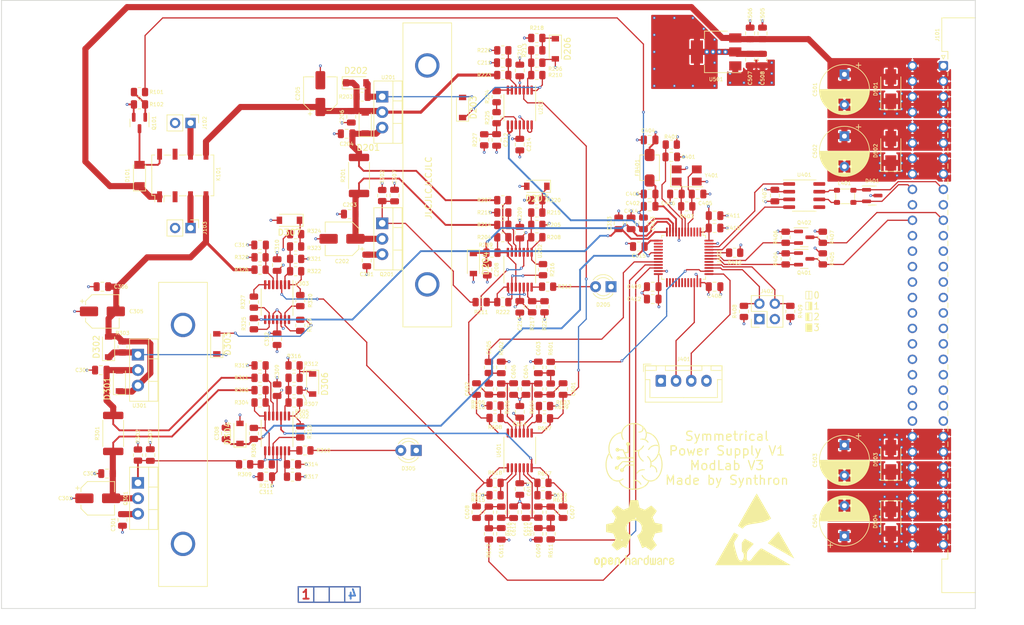
<source format=kicad_pcb>
(kicad_pcb (version 20211014) (generator pcbnew)
  (layers (0 "F.Cu" signal) (1 "In1.Cu" power) (2 "In2.Cu" power) (31 "B.Cu" signal) (34 "B.Paste" user) (35 "F.Paste" user) (36 "B.SilkS" user "B.Silkscreen") (37 "F.SilkS" user "F.Silkscreen") (38 "B.Mask" user) (39 "F.Mask" user) (44 "Edge.Cuts" user))
  (net 0 "")
  (net 1 "+15V")
  (net 2 "GND")
  (net 3 "PRE_Shunt+")
  (net 4 "POST_Shunt+")
  (net 5 "+VDC")
  (net 6 "Net-(C207-Pad1)")
  (net 7 "/CPU/I+")
  (net 8 "Net-(C211-Pad1)")
  (net 9 "Net-(C212-Pad1)")
  (net 10 "-15V")
  (net 11 "PRE_Shunt-")
  (net 12 "POST_Shunt-")
  (net 13 "-VDC")
  (net 14 "Net-(C307-Pad1)")
  (net 15 "/CPU/I-")
  (net 16 "/CPU/V-")
  (net 17 "Net-(C314-Pad1)")
  (net 18 "Net-(C401-Pad1)")
  (net 19 "Net-(C402-Pad1)")
  (net 20 "+3V3")
  (net 21 "Net-(C405-Pad2)")
  (net 22 "Net-(C406-Pad2)")
  (net 23 "+5V")
  (net 24 "+24V")
  (net 25 "Net-(C601-Pad1)")
  (net 26 "/Filters/VSET+")
  (net 27 "Net-(C602-Pad1)")
  (net 28 "/Filters/ISET+")
  (net 29 "Net-(C603-Pad1)")
  (net 30 "Net-(C604-Pad1)")
  (net 31 "Net-(C605-Pad1)")
  (net 32 "Net-(C606-Pad1)")
  (net 33 "Net-(C607-Pad1)")
  (net 34 "/Filters/ISET-")
  (net 35 "Net-(C608-Pad1)")
  (net 36 "/Filters/VSET-")
  (net 37 "Net-(C609-Pad1)")
  (net 38 "Net-(C610-Pad1)")
  (net 39 "Net-(C611-Pad1)")
  (net 40 "Net-(C612-Pad1)")
  (net 41 "Net-(D101-Pad2)")
  (net 42 "Net-(D202-Pad2)")
  (net 43 "Net-(D203-Pad1)")
  (net 44 "Net-(D205-Pad2)")
  (net 45 "Net-(D206-Pad1)")
  (net 46 "Net-(D207-Pad1)")
  (net 47 "Net-(D302-Pad1)")
  (net 48 "Net-(D303-Pad2)")
  (net 49 "Net-(D305-Pad2)")
  (net 50 "Net-(D306-Pad1)")
  (net 51 "Net-(D307-Pad1)")
  (net 52 "CAN+")
  (net 53 "CAN-")
  (net 55 "SDA_FM")
  (net 68 "SCL_FM")
  (net 80 "Net-(J102-Pad1)")
  (net 81 "Net-(J103-Pad1)")
  (net 82 "/CPU/SWDIO")
  (net 83 "/CPU/SWCLK")
  (net 86 "Net-(L401-Pad1)")
  (net 87 "Net-(L401-Pad4)")
  (net 88 "Net-(Q101-Pad1)")
  (net 89 "SCL")
  (net 90 "SDA")
  (net 91 "/CPU/Out_EN")
  (net 92 "Net-(R204-Pad1)")
  (net 93 "Net-(R204-Pad2)")
  (net 94 "Net-(R205-Pad2)")
  (net 95 "Net-(R206-Pad2)")
  (net 96 "Net-(R208-Pad2)")
  (net 97 "Net-(R211-Pad1)")
  (net 98 "Net-(R212-Pad1)")
  (net 99 "Net-(R214-Pad2)")
  (net 100 "Net-(R216-Pad2)")
  (net 101 "Net-(R217-Pad2)")
  (net 102 "Net-(R224-Pad1)")
  (net 103 "Net-(R224-Pad2)")
  (net 104 "Net-(R304-Pad1)")
  (net 105 "Net-(R304-Pad2)")
  (net 106 "Net-(R305-Pad2)")
  (net 107 "Net-(R307-Pad2)")
  (net 108 "Net-(R309-Pad1)")
  (net 109 "Net-(R310-Pad1)")
  (net 110 "Net-(R311-Pad2)")
  (net 111 "Net-(R313-Pad2)")
  (net 112 "Net-(R314-Pad2)")
  (net 113 "Net-(R319-Pad1)")
  (net 114 "Net-(R320-Pad1)")
  (net 115 "Net-(R321-Pad2)")
  (net 116 "Net-(R325-Pad1)")
  (net 117 "Net-(R327-Pad1)")
  (net 118 "Net-(R402-Pad2)")
  (net 119 "/CPU/PWM_V+")
  (net 120 "/CPU/PWM_I+")
  (net 121 "Net-(R607-Pad2)")
  (net 122 "Net-(R608-Pad2)")
  (net 123 "/CPU/PWM_I-")
  (net 124 "/CPU/PWM_V-")
  (net 125 "Net-(R617-Pad2)")
  (net 126 "Net-(R618-Pad2)")
  (net 127 "/CPU/V+")
  (net 128 "Net-(U203-Pad13)")
  (net 129 "CAN_Tx")
  (net 130 "CAN_Rx")
  (net 150 "Net-(J402-Pad2)")
  (net 151 "Net-(J402-Pad4)")
  (footprint "Resistor_SMD:R_0805_2012Metric" (layer "F.Cu") (at 115.316 109.22 180)
    (fp_text reference "R305")
    (fp_text value "1k")
  )
  (footprint "Resistor_SMD:R_0805_2012Metric" (layer "F.Cu") (at 202.184 87.63 90)
    (fp_text reference "R405")
    (fp_text value "4k7")
  )
  (footprint "Resistor_SMD:R_0805_2012Metric" (layer "F.Cu") (at 110.744 121.412 180)
    (fp_text reference "R318")
    (fp_text value "200k")
  )
  (footprint "Capacitor_SMD:C_0805_2012Metric" (layer "F.Cu") (at 173.736 68.072 180)
    (fp_text reference "C404")
    (fp_text value "1µ")
  )
  (footprint "Resistor_SMD:R_0805_2012Metric" (layer "F.Cu") (at 116.332 116.078 -90)
    (fp_text reference "R313")
    (fp_text value "1k")
  )
  (footprint "Package_TO_SOT_SMD:SOT-23" (layer "F.Cu") (at 210.312 77.216)
    (fp_text reference "D401")
    (fp_text value "CDSOT23-T24-Q")
  )
  (footprint "Capacitor_SMD:CP_Elec_5x5.8" (layer "F.Cu") (at 83.82 96.266)
    (fp_text reference "C305")
    (fp_text value "100µ")
  )
  (footprint "Connector_PinHeader_2.54mm:PinHeader_1x02_P2.54mm_Vertical" (layer "F.Cu") (at 98.303 82.55 -90)
    (fp_text reference "J103")
    (fp_text value "V-")
  )
  (footprint "Package_TO_SOT_THT:TO-220-3_Vertical" (layer "F.Cu") (at 89.662 124.46 -90)
    (fp_text reference "Q301")
    (fp_text value "TIP102")
  )
  (footprint "Package_TO_SOT_SMD:SOT-23" (layer "F.Cu") (at 89.916 65.278 -90)
    (fp_text reference "Q101")
    (fp_text value "BSS138")
  )
  (footprint "Capacitor_SMD:C_0805_2012Metric" (layer "F.Cu") (at 149.606 55.372 180)
    (fp_text reference "C211")
    (fp_text value "1µ")
  )
  (footprint "Resistor_SMD:R_0805_2012Metric" (layer "F.Cu") (at 156.21 124.46 180)
    (fp_text reference "R617")
    (fp_text value "1k")
  )
  (footprint "Resistor_SMD:R_0805_2012Metric" (layer "F.Cu") (at 155.194 80.01)
    (fp_text reference "R215")
    (fp_text value "2k")
  )
  (footprint "Resistor_SMD:R_0805_2012Metric" (layer "F.Cu") (at 109.728 109.22)
    (fp_text reference "R306")
    (fp_text value "1k")
  )
  (footprint "Diode_SMD:D_SOD-123" (layer "F.Cu") (at 127 65.278 90)
    (fp_text reference "D201")
    (fp_text value "D_Schottky")
  )
  (footprint "Capacitor_THT:CP_Radial_D8.0mm_P5.00mm" (layer "F.Cu") (at 205.74 67.447349 -90)
    (fp_text reference "C502")
    (fp_text value "100µ")
  )
  (footprint "eigene:SK574-50" (layer "F.Cu") (at 93.067 91.495 -90)
    (fp_text reference "HS301" hide)
    (fp_text value "Heatsink" hide)
  )
  (footprint "Resistor_SMD:R_0805_2012Metric" (layer "F.Cu") (at 147.828 86.614 180)
    (fp_text reference "R209")
    (fp_text value "1k")
  )
  (footprint "Resistor_SMD:R_0805_2012Metric" (layer "F.Cu") (at 116.332 98.552 90)
    (fp_text reference "R319")
    (fp_text value "1k")
  )
  (footprint "Capacitor_SMD:C_0805_2012Metric" (layer "F.Cu") (at 184.404 92.202)
    (fp_text reference "C408")
    (fp_text value "100n")
  )
  (footprint "Resistor_SMD:R_0805_2012Metric" (layer "F.Cu") (at 109.728 87.376 180)
    (fp_text reference "R328")
    (fp_text value "5k1")
  )
  (footprint "eigene:SMB-001" (layer "F.Cu") (at 173.736 72.644 90)
    (fp_text reference "FB401")
    (fp_text value "SMB-001")
  )
  (footprint "Capacitor_SMD:C_0805_2012Metric" (layer "F.Cu") (at 124.714 64.262 -90)
    (fp_text reference "C206")
    (fp_text value "100n")
  )
  (footprint "Resistor_SMD:R_0805_2012Metric" (layer "F.Cu") (at 196.088 84.074 90)
    (fp_text reference "R406")
    (fp_text value "4k7")
  )
  (footprint "Resistor_SMD:R_0805_2012Metric" (layer "F.Cu") (at 115.57 87.63 180)
    (fp_text reference "R321")
    (fp_text value "2k")
  )
  (footprint "Resistor_SMD:R_0805_2012Metric" (layer "F.Cu") (at 156.464 111.826)
    (fp_text reference "R609")
    (fp_text value "1k8")
  )
  (footprint "Capacitor_SMD:C_0805_2012Metric" (layer "F.Cu") (at 152.4 68.834 90)
    (fp_text reference "C214")
    (fp_text value "100n")
  )
  (footprint "Capacitor_SMD:C_0805_2012Metric" (layer "F.Cu") (at 178.054 76.962)
    (fp_text reference "C406")
    (fp_text value "20p")
  )
  (footprint "eigene:logo" (layer "F.Cu") (at 171.196 120.142)
    (fp_text reference "G***" hide)
    (fp_text value "LOGO" hide)
  )
  (footprint "Package_TO_SOT_THT:TO-220-3_Vertical" (layer "F.Cu") (at 89.662 103.378 -90)
    (fp_text reference "U301")
    (fp_text value "LM337_TO220")
  )
  (footprint "Connector_PinHeader_2.54mm:PinHeader_2x02_P2.54mm_Vertical" (layer "F.Cu") (at 191.77 97.536 90)
    (fp_text reference "J402")
    (fp_text value "Address")
  )
  (footprint "Resistor_SMD:R_0805_2012Metric" (layer "F.Cu") (at 149.606 80.01)
    (fp_text reference "R219")
    (fp_text value "5k1")
  )
  (footprint "Capacitor_SMD:C_0805_2012Metric" (layer "F.Cu") (at 127.254 87.884 -90)
    (fp_text reference "C201")
    (fp_text value "1µ")
  )
  (footprint "eigene:ladder_4" (layer "F.Cu") (at 115.57 147.574)
    (fp_text reference "")
    (fp_text value "")
  )
  (footprint "Resistor_SMD:R_0805_2012Metric" (layer "F.Cu") (at 155.194 51.308)
    (fp_text reference "R218")
    (fp_text value "510")
  )
  (footprint "Resistor_SMD:R_0805_2012Metric" (layer "F.Cu") (at 89.916 60.198 180)
    (fp_text reference "R101")
    (fp_text value "10k")
  )
  (footprint "Resistor_SMD:R_0805_2012Metric" (layer "F.Cu") (at 126.492 60.96)
    (fp_text reference "R203")
    (fp_text value "200")
  )
  (footprint "Diode_SMD:D_SMA" (layer "F.Cu") (at 213.36 130.81 -90)
    (fp_text reference "D504")
    (fp_text value "P6SMB16")
  )
  (footprint "Resistor_SMD:R_0805_2012Metric" (layer "F.Cu") (at 147.32 105.476 -90)
    (fp_text reference "R602")
    (fp_text value "1k3")
  )
  (footprint "Package_TO_SOT_SMD:SOT-23" (layer "F.Cu") (at 199.136 84.074)
    (fp_text reference "Q402")
    (fp_text value "BSS138")
  )
  (footprint "Resistor_SMD:R_0805_2012Metric" (layer "F.Cu") (at 89.662 119.888 -90)
    (fp_text reference "R302")
    (fp_text value "1k")
  )
  (footprint "Resistor_SMD:R_0805_2012Metric" (layer "F.Cu") (at 156.464 95.504 -90)
    (fp_text reference "R221")
    (fp_text value "5k1")
  )
  (footprint "Resistor_SMD:R_0805_2012Metric" (layer "F.Cu") (at 187.706 86.614 180)
    (fp_text reference "R402")
    (fp_text value "100")
  )
  (footprint "Resistor_SMD:R_0805_2012Metric" (layer "F.Cu") (at 109.728 111.252 180)
    (fp_text reference "R304")
    (fp_text value "5k1")
  )
  (footprint "Capacitor_SMD:C_0805_2012Metric" (layer "F.Cu") (at 171.958 85.598 180)
    (fp_text reference "C415")
    (fp_text value "1n")
  )
  (footprint "Resistor_SMD:R_0805_2012Metric" (layer "F.Cu") (at 115.316 105.156)
    (fp_text reference "R316")
    (fp_text value "510")
  )
  (footprint "Capacitor_SMD:C_0805_2012Metric" (layer "F.Cu") (at 174.244 92.202 180)
    (fp_text reference "C409")
    (fp_text value "100n")
  )
  (footprint "Resistor_SMD:R_0805_2012Metric" (layer "F.Cu") (at 87.122 102.108 -90)
    (fp_text reference "R303")
    (fp_text value "200")
  )
  (footprint "Resistor_SMD:R_0805_2012Metric" (layer "F.Cu") (at 146.558 68.052 -90)
    (fp_text reference "R227")
    (fp_text value "12k")
  )
  (footprint "Resistor_SMD:R_0805_2012Metric" (layer "F.Cu") (at 107.188 121.412 180)
    (fp_text reference "R309")
    (fp_text value "10k")
  )
  (footprint "Connector_PinHeader_2.54mm:PinHeader_1x02_P2.54mm_Vertical" (layer "F.Cu") (at 98.303 65.278 -90)
    (fp_text reference "J102")
    (fp_text value "V+")
  )
  (footprint "Resistor_SMD:R_0805_2012Metric" (layer "F.Cu") (at 155.194 53.34 180)
    (fp_text reference "R213")
    (fp_text value "5k1")
  )
  (footprint "eigene:SK574-50" (layer "F.Cu") (at 133.199 48.823 -90)
    (fp_text reference "HS201" hide)
    (fp_text value "Heatsink" hide)
  )
  (footprint "Resistor_SMD:R_0805_2012Metric" (layer "F.Cu") (at 156.21 89.408 -90)
    (fp_text reference "R216")
    (fp_text value "1k")
  )
  (footprint "Capacitor_SMD:C_0805_2012Metric" (layer "F.Cu") (at 159.512 129.286 90)
    (fp_text reference "C607")
    (fp_text value "470n")
  )
  (footprint "Capacitor_SMD:C_0805_2012Metric" (layer "F.Cu") (at 173.736 78.994 180)
    (fp_text reference "C402")
    (fp_text value "100n")
  )
  (footprint "Capacitor_SMD:C_0805_2012Metric" (layer "F.Cu") (at 109.728 85.344 180)
    (fp_text reference "C314")
    (fp_text value "1µ")
  )
  (footprint "Resistor_SMD:R_0805_2012Metric" (layer "F.Cu") (at 155.194 55.372 180)
    (fp_text reference "R206")
    (fp_text value "2k")
  )
  (footprint "Capacitor_THT:CP_Radial_D8.0mm_P5.00mm" (layer "F.Cu") (at 205.74 133.212651 90)
    (fp_text reference "C504")
    (fp_text value "100µ")
  )
  (footprint "Diode_SMD:D_SOD-123" (layer "F.Cu") (at 86.614 107.696 90)
    (fp_text reference "D301")
    (fp_text value "D_Schottky")
  )
  (footprint "eigene:SRF3225TAC" (layer "F.Cu") (at 204.015 78.745)
    (fp_text reference "L401")
    (fp_text value "SRF3225TAC-101Y")
  )
  (footprint "Package_SO:TSSOP-14_4.4x5mm_P0.65mm" (layer "F.Cu") (at 112.522 94.742 -90)
    (fp_text reference "U303")
    (fp_text value "LM2902")
  )
  (footprint "Diode_SMD:D_SOD-123" (layer "F.Cu") (at 114.554 81.28 180)
    (fp_text reference "D307")
    (fp_text value "5V1")
  )
  (footprint "Resistor_SMD:R_0805_2012Metric" (layer "F.Cu") (at 155.448 109.032 90)
    (fp_text reference "R604")
    (fp_text value "22k")
  )
  (footprint "Resistor_SMD:R_0805_2012Metric" (layer "F.Cu") (at 156.972 92.202)
    (fp_text reference "R212")
    (fp_text value "1k")
  )
  (footprint "Capacitor_SMD:C_0805_2012Metric" (layer "F.Cu") (at 192.278 50.546 90)
    (fp_text reference "C505")
    (fp_text value "1µ")
  )
  (footprint "Resistor_SMD:R_0805_2012Metric" (layer "F.Cu") (at 189.23 96.266 -90)
    (fp_text reference "R408")
    (fp_text value "10k")
  )
  (footprint "Capacitor_SMD:C_0805_2012Metric" (layer "F.Cu") (at 112.522 109.22 90)
    (fp_text reference "C309")
    (fp_text value "100n")
  )
  (footprint "Resistor_SMD:R_0805_2012Metric" (layer "F.Cu") (at 149.352 129.286 -90)
    (fp_text reference "R616")
    (fp_text value "22k")
  )
  (footprint "Resistor_SMD:R_0805_2012Metric" (layer "F.Cu") (at 149.606 53.34 180)
    (fp_text reference "R226")
    (fp_text value "5k1")
  )
  (footprint "Resistor_SMD:R_0805_2012Metric" (layer "F.Cu") (at 196.088 87.63 90)
    (fp_text reference "R404")
    (fp_text value "4k7")
  )
  (footprint "Symbol:ESD-Logo_13.2x12mm_SilkScreen" (layer "F.Cu") (at 191.008 132.08)
    (fp_text reference "REF**" hide)
    (fp_text value "ESD-Logo_13.2x12mm_SilkScreen" hide)
  )
  (footprint "Resistor_SMD:R_2512_6332Metric" (layer "F.Cu") (at 125.984 73.914 90)
    (fp_text reference "R201")
    (fp_text value "R500")
  )
  (footprint "Capacitor_SMD:C_0805_2012Metric" (layer "F.Cu") (at 181.61 76.962 180)
    (fp_text reference "C405")
    (fp_text value "20p")
  )
  (footprint "Capacitor_SMD:C_0805_2012Metric" (layer "F.Cu") (at 170.688 81.788 90)
    (fp_text reference "C414")
    (fp_text value "1n")
  )
  (footprint "Diode_SMD:D_MiniMELF" (layer "F.Cu") (at 89.916 73.914 90)
    (fp_text reference "D101")
    (fp_text value "LL4148")
  )
  (footprint "Package_SO:TSSOP-14_4.4x5mm_P0.65mm" (layer "F.Cu") (at 112.522 116.332 -90)
    (fp_text reference "U302")
    (fp_text value "LM2902")
  )
  (footprint "Resistor_SMD:R_0805_2012Metric" (layer "F.Cu") (at 115.062 121.412 180)
    (fp_text reference "R314")
    (fp_text value "20k")
  )
  (footprint "Resistor_SMD:R_0805_2012Metric" (layer "F.Cu") (at 157.48 132.842 90)
    (fp_text reference "R611")
    (fp_text value "1k3")
  )
  (footprint "Resistor_SMD:R_0805_2012Metric" (layer "F.Cu") (at 147.32 109.032 -90)
    (fp_text reference "R605")
    (fp_text value "22k")
  )
  (footprint "Capacitor_SMD:C_0805_2012Metric" (layer "F.Cu") (at 91.694 119.888 90)
    (fp_text reference "C307")
    (fp_text value "1µ")
  )
  (footprint "Capacitor_SMD:C_0805_2012Metric" (layer "F.Cu") (at 152.4 95.504 90)
    (fp_text reference "C213")
    (fp_text value "100n")
  )
  (footprint "Resistor_SMD:R_0805_2012Metric" (layer "F.Cu") (at 157.48 105.476 -90)
    (fp_text reference "R601")
    (fp_text value "1k3")
  )
  (footprint "Resistor_SMD:R_0805_2012Metric" (layer "F.Cu") (at 149.606 77.978)
    (fp_text reference "R207")
    (fp_text value "1k")
  )
  (footprint "Package_TO_SOT_SMD:SOT-23" (layer "F.Cu") (at 199.136 87.63)
    (fp_text reference "Q401")
    (fp_text value "BSS138")
  )
  (footprint "Resistor_SMD:R_0805_2012Metric" (layer "F.Cu") (at 109.728 107.188)
    (fp_text reference "R311")
    (fp_text value "1k")
  )
  (footprint "Resistor_SMD:R_0805_2012Metric" (layer "F.Cu") (at 115.57 85.598 180)
    (fp_text reference "R323")
    (fp_text value "5k1")
  )
  (footprint "Capacitor_SMD:C_0805_2012Metric" (layer "F.Cu") (at 153.416 109.032 -90)
    (fp_text reference "C604")
    (fp_text value "470n")
  )
  (footprint "Resistor_SMD:R_0805_2012Metric" (layer "F.Cu") (at 109.728 89.408)
    (fp_text reference "R326")
    (fp_text value "20k")
  )
  (footprint "Package_SO:TSSOP-14_4.4x5mm_P0.65mm" (layer "F.Cu") (at 152.4 119.126 90)
    (fp_text reference "U601")
    (fp_text value "LM2902")
  )
  (footprint "Diode_SMD:D_SMA" (layer "F.Cu") (at 213.36 69.85 90)
    (fp_text reference "D502")
    (fp_text value "P6SMB26")
  )
  (footprint "Capacitor_SMD:C_0805_2012Metric" (layer "F.Cu") (at 194.31 77.216 90)
    (fp_text reference "C407")
    (fp_text value "100n")
  )
  (footprint "Symbol:OSHW-Logo2_14.6x12mm_SilkScreen" (layer "F.Cu") (at 171.196 132.842)
    (fp_text reference "REF**" hide)
    (fp_text value "OSHW-Logo2_14.6x12mm_SilkScreen" hide)
  )
  (footprint "Diode_SMD:D_SOD-123" (layer "F.Cu") (at 102.616 101.6 90)
    (fp_text reference "D303")
    (fp_text value "D_Schottky")
  )
  (footprint "Package_QFP:LQFP-48_7x7mm_P0.5mm" (layer "F.Cu") (at 179.324 87.376 -90)
    (fp_text reference "U402")
    (fp_text value "STM32F103C8Tx")
  )
  (footprint "Capacitor_SMD:C_0805_2012Metric" (layer "F.Cu") (at 155.448 105.476 90)
    (fp_text reference "C603")
    (fp_text value "5n6")
  )
  (footprint "Package_SO:TSSOP-14_4.4x5mm_P0.65mm" (layer "F.Cu") (at 152.4 62.738 -90)
    (fp_text reference "U203")
    (fp_text value "LM2902")
  )
  (footprint "Capacitor_SMD:C_0805_2012Metric" (layer "F.Cu") (at 174.244 94.234 180)
    (fp_text reference "C412")
    (fp_text value "4µ7")
  )
  (footprint "Capacitor_SMD:C_0805_2012Metric" (layer "F.Cu") (at 112.522 88.646 90)
    (fp_text reference "C310")
    (fp_text value "100n")
  )
  (footprint "Capacitor_SMD:C_0805_2012Metric" (layer "F.Cu") (at 153.416 129.286 90)
    (fp_text reference "C610")
    (fp_text value "470n")
  )
  (footprint "Package_SO:TSSOP-14_4.4x5mm_P0.65mm" (layer "F.Cu") (at 152.4 89.408 -90)
    (fp_text reference "U202")
    (fp_text value "LM2902")
  )
  (footprint "Resistor_SMD:R_0805_2012Metric" (layer "F.Cu") (at 146.05 94.742 180)
    (fp_text reference "R211")
    (fp_text value "10k")
  )
  (footprint "Diode_SMD:D_SOD-123" (layer "F.Cu") (at 143.002 62.738 90)
    (fp_text reference "D203")
    (fp_text value "D_Schottky")
  )
  (footprint "Resistor_SMD:R_0805_2012Metric" (layer "F.Cu") (at 202.184 84.074 90)
    (fp_text reference "R407")
    (fp_text value "4k7")
  )
  (footprint "LED_THT:LED_D3.0mm" (layer "F.Cu") (at 167.391 92.202 180)
    (fp_text reference "D205")
    (fp_text value "CC+")
  )
  (footprint "Capacitor_SMD:C_0805_2012Metric" (layer "F.Cu") (at 168.656 81.788 90)
    (fp_text reference "C313")
    (fp_text value "1n")
  )
  (footprint "Capacitor_SMD:C_0805_2012Metric" (layer "F.Cu") (at 190.246 54.864 -90)
    (fp_text reference "C507")
    (fp_text value "100n")
  )
  (footprint "Diode_SMD:D_SOD-123" (layer "F.Cu") (at 144.78 88.392 -90)
    (fp_text reference "D204")
    (fp_text value "5V1")
  )
  (footprint "Capacitor_SMD:C_0805_2012Metric" (layer "F.Cu") (at 104.14 116.332 90)
    (fp_text reference "C308")
    (fp_text value "1µ")
  )
  (footprint "Resistor_SMD:R_0805_2012Metric" (layer "F.Cu") (at 155.194 82.042 180)
    (fp_text reference "R205")
    (fp_text value "1k")
  )
  (footprint "Capacitor_SMD:C_0805_2012Metric" (layer "F.Cu") (at 151.384 109.032 -90)
    (fp_text reference "C606")
    (fp_text value "470n")
  )
  (footprint "Capacitor_SMD:C_0805_2012Metric" (layer "F.Cu") (at 145.288 109.032 -90)
    (fp_text reference "C602")
    (fp_text value "470n")
  )
  (footprint "Capacitor_SMD:C_0805_2012Metric" (layer "F.Cu") (at 110.744 123.444)
    (fp_text reference "C311")
    (fp_text value "100n")
  )
  (footprint "Resistor_SMD:R_0805_2012Metric" (layer "F.Cu") (at 148.336 124.46)
    (fp_text reference "R618")
    (fp_text value "1k")
  )
  (footprint "Resistor_SMD:R_0805_2012Metric" (layer "F.Cu") (at 149.352 109.032 90)
    (fp_text reference "R606")
    (fp_text value "22k")
  )
  (footprint "Connector_JST:JST_XH_B4B-XH-A_1x04_P2.50mm_Vertical" (layer "F.Cu") (at 175.574 107.679)
    (fp_text reference "J401")
    (fp_text value "SWD")
  )
  (footprint "Resistor_SMD:R_0805_2012Metric" (layer "F.Cu") (at 117.094 119.126)
    (fp_text reference "R310")
    (fp_text value "1k")
  )
  (footprint "LED_THT:LED_D3.0mm" (layer "F.Cu") (at 135.387 119.126 180)
    (fp_text reference "D305")
    (fp_text value "CC+")
  )
  (footprint "Capacitor_SMD:C_0805_2012Metric" (layer "F.Cu") (at 184.404 80.518)
    (fp_text reference "C411")
    (fp_text value "100n")
  )
  (footprint "Resistor_SMD:R_0805_2012Metric" (layer "F.Cu") (at 115.062 123.444)
    (fp_text reference "R317")
    (fp_text value "5k1")
  )
  (footprint "Capacitor_SMD:C_0805_2012Metric" (layer "F.Cu") (at 83.566 105.918 180)
    (fp_text reference "C304")
    (fp_text value "100n")
  )
  (footprint "Resistor_SMD:R_0805_2012Metric" (layer "F.Cu") (at 149.606 57.404)
    (fp_text reference "R223")
    (fp_text value "20k")
  )
  (footprint "Resistor_SMD:R_0805_2012Metric" (layer "F.Cu") (at 155.194 77.978)
    (fp_text reference "R220")
    (fp_text value "510")
  )
  (footprint "Package_TO_SOT_THT:TO-220-3_Vertical" (layer "F.Cu") (at 129.794 60.96 -90)
    (fp_text reference "U201")
    (fp_text value "LM317_TO-220")
  )
  (footprint "Capacitor_SMD:C_0805_2012Metric" (layer "F.Cu") (at 152.4 125.476 -90)
    (fp_text reference "C613")
    (fp_text value "100n")
  )
  (footprint "Resistor_SMD:R_0805_2012Metric" (layer "F.Cu") (at 148.336 126.492 180)
    (fp_text reference "R620")
    (fp_text value "1k8")
  )
  (footprint "Capacitor_SMD:C_0805_2012Metric" (layer "F.Cu") (at 112.522 100.838 90)
    (fp_text reference "C312")
    (fp_text value "100n")
  )
  (footprint "Capacitor_SMD:C_0805_2012Metric" (layer "F.Cu") (at 159.512 109.032 -90)
    (fp_text reference "C601")
    (fp_text value "470n")
  )
  (footprint "Package_TO_SOT_SMD:SOT-223-3_TabPin2" (layer "F.Cu") (at 184.658 53.594 180)
    (fp_text reference "U501")
    (fp_text value "AP1117-33")
  )
  (footprint "Capacitor_SMD:CP_Elec_5x5.8" (layer "F.Cu") (at 119.634 60.452 90)
    (fp_text reference "C205")
    (fp_text value "100µ")
  )
  (footprint "Capacitor_THT:CP_Radial_D8.0mm_P5.00mm" (layer "F.Cu") (at 205.74 118.247349 -90)
    (fp_text reference "C503")
    (fp_text value "100µ")
  )
  (footprint "Capacitor_SMD:C_0805_2012Metric" (layer "F.Cu") (at 173.736 76.962 180)
    (fp_text reference "C403")
    (fp_text value "1µ")
  )
  (footprint "Capacitor_SMD:C_0805_2012Metric" (layer "F.Cu") (at 155.448 132.842 -90)
    (fp_text reference "C609")
    (fp_text value "5n6")
  )
  (footprint "Capacitor_SMD:C_0805_2012Metric" (layer "F.Cu") (at 124.46 80.264 180)
    (fp_text reference "C203")
    (fp_text value "100n")
  )
  (footprint "Capacitor_SMD:C_0805_2012Metric" (layer "F.Cu") (at 147.066 89.408 -90)
    (fp_text reference "C208")
    (fp_text value "1µ")
  )
  (footprint "Resistor_SMD:R_0805_2012Metric" (layer "F.Cu") (at 155.448 129.286 -90)
    (fp_text reference "R614")
    (fp_text value "22k")
  )
  (footprint "Resistor_SMD:R_0805_2012Metric" (layer "F.Cu") (at 155.194 84.074)
    (fp_text reference "R208")
    (fp_text value "100")
  )
  (footprint "Package_SO:SOIC-8_3.9x4.9mm_P1.27mm" (layer "F.Cu") (at 199.136 77.216)
    (fp_text reference "U401")
    (fp_text value "SN65HVD232")
  )
  (footprint "Resistor_SMD:R_0805_2012Metric" (layer "F.Cu") (at 157.48 129.286 90)
    (fp_text reference "R613")
    (fp_text value "22k")
  )
  (footprint "Resistor_SMD:R_0805_2012Metric" (layer "F.Cu") (at 156.464 113.858 180)
    (fp_text reference "R607")
    (fp_text value "1k")
  )
  (footprint "Capacitor_SMD:C_0805_2012Metric" (layer "F.Cu") (at 145.288 129.286 90)
    (fp_text reference "C608")
    (fp_text value "470n")
  )
  (footprint "Capacitor_SMD:C_0805_2012Metric" (layer "F.Cu") (at 151.384 129.286 90)
    (fp_text reference "C612")
    (fp_text value "470n")
  )
  (footprint "Capacitor_SMD:C_0805_2012Metric" (layer "F.Cu") (at 87.122 130.556 -90)
    (fp_text reference "C301")
    (fp_text value "1µ")
  )
  (footprint "Diode_SMD:D_SOD-123" (layer "F.Cu") (at 118.364 108.204 -90)
    (fp_text reference "D306")
    (fp_text value "5V1")
  )
  (footprint "Capacitor_SMD:C_0805_2012Metric" (layer "F.Cu") (at 83.82 92.202 180)
    (fp_text reference "C306")
    (fp_text value "100n")
  )
  (footprint "Capacitor_SMD:C_0805_2012Metric" (layer "F.Cu") (at 190.246 50.546 90)
    (fp_text reference "C506")
    (fp_text value "100n")
  )
  (footprint "Resistor_SMD:R_0805_2012Metric" (layer "F.Cu") (at 148.336 111.76 180)
    (fp_text reference "R610")
    (fp_text value "1k8")
  )
  (footprint "Capacitor_SMD:C_0805_2012Metric" (layer "F.Cu") (at 192.278 54.864 -90)
    (fp_text reference "C508")
    (fp_text value "1µ")
  )
  (footprint "Capacitor_SMD:C_0805_2012Metric" (layer "F.Cu") (at 152.4 112.776 -90)
    (fp_text reference "C614")
    (fp_text value "100n")
  )
  (footprint "Capacitor_SMD:C_0805_2012Metric" (layer "F.Cu") (at 84.582 122.936 180)
    (fp_text reference "C303")
    (fp_text value "100n")
  )
  (footprint "Capacitor_SMD:C_0805_2012Metric" (layer "F.Cu") (at 152.4 56.642 90)
    (fp_text reference "C210")
    (fp_text value "100n")
  )
  (footprint "Capacitor_SMD:C_0805_2012Metric" (layer "F.Cu") (at 149.352 105.476 90)
    (fp_text reference "C605")
    (fp_text value "5n6")
  )
  (footprint "Relay_SMD:Relay_DPDT_Omron_G6K-2F" (layer "F.Cu") (at 97.028 73.914 90)
    (fp_text reference "K101")
    (fp_text value "G6K-2")
  )
  (footprint "Diode_SMD:D_SOD-123" (layer "F.Cu") (at 106.426 116.332 90)
    (fp_text reference "D304")
    (fp_text value "5V1")
  )
  (footprint "Resistor_SMD:R_0805_2012Metric" (layer "F.Cu") (at 108.712 116.332 -90)
    (fp_text reference "R308")
    (fp_text value "1k")
  )
  (footprint "Resistor_SMD:R_0805_2012Metric" (layer "F.Cu") (at 179.832 78.994 180)
    (fp_text reference "R403")
    (fp_text value "1M")
  )
  (footprint "Capacitor_SMD:C_0805_2012Metric" (layer "F.Cu") (at 152.4 83.312 90)
    (fp_text reference "C209")
    (fp_text value "100n")
  )
  (footprint "Capacitor_SMD:C_0805_2012Metric" (layer "F.Cu") (at 149.352 132.842 -90)
    (fp_text reference "C611")
    (fp_text value "5n6")
  )
  (footprint "Resistor_SMD:R_0805_2012Metric" (layer "F.Cu") (at 196.85 96.266 -90)
    (fp_text reference "R409")
    (fp_text value "10k")
  )
  (footprint "Resistor_SMD:R_0805_2012Metric" (layer "F.Cu") (at 108.712 98.298 90)
    (fp_text reference "R325")
    (fp_text value "2k")
  )
  (footprint "Resistor_SMD:R_0805_2012Metric" (layer "F.Cu") (at 129.794 77.216 -90)
    (fp_text reference "R202")
    (fp_text value "1k")
  )
  (footprint "Diode_SMD:D_SOD-123" (layer "F.Cu") (at 155.194 75.692 180)
    (fp_text reference "D207")
    (fp_text value "5V1")
  )
  (footprint "Resistor_SMD:R_0805_2012Metric" (layer "F.Cu") (at 148.59 64.4125 -90)
    (fp_text reference "R225")
    (fp_text value "3k9")
  )
  (footprint "Resistor_SMD:R_0805_2012Metric" (layer "F.Cu") (at 149.606 84.074 180)
    (fp_text reference "R204")
    (fp_text value "5k1")
  )
  (footprint "Package_TO_SOT_THT:TO-220-3_Vertical" (layer "F.Cu") (at 129.794 81.788 -90)
    (fp_text reference "Q201")
    (fp_text value "TIP107")
  )
  (footprint "Resistor_SMD:R_0805_2012Metric" (layer "F.Cu") (at 116.332 94.488 -90)
    (fp_text reference "R320")
    (fp_text value "1k")
  )
  (footprint "Capacitor_SMD:CP_Elec_5x5.8" (layer "F.Cu") (at 123.19 84.328 180)
    (fp_text reference "C202")
    (fp_text value "100µ")
  )
  (footprint "Resistor_SMD:R_0805_2012Metric" (layer "F.Cu") (at 157.48 109.032 -90)
    (fp_text reference "R603")
    (fp_text value "22k")
  )
  (footprint "Resistor_SMD:R_0805_2012Metric" (layer "F.Cu") (at 115.316 111.252)
    (fp_text reference "R307")
    (fp_text value "100")
  )
  (footprint "Resistor_SMD:R_0805_2012Metric" (layer "F.Cu") (at 115.316 107.188)
    (fp_text reference "R312")
    (fp_text value "2k")
  )
  (footprint "Crystal:Crystal_SMD_5032-4Pin_5.0x3.2mm" (layer "F.Cu") (at 179.832 73.914)
    (fp_text reference "Y401")
    (fp_text value "8MHz")
  )
  (footprint "eigene:VG64_Euro" (layer "F.Cu") (at 67.246 145.12)
    (fp_text reference "J101")
    (fp_text value "DIN41612_02x32_AC")
    (fp_line (start 0 0) (end 0 -100) (layer "Edge.Cuts") (width 0.12))
    (fp_line (start 160 -100) (end 160 0) (layer "Edge.Cuts") (width 0.12))
    (fp_line (start 0 -100) (end 160 -100) (layer "Edge.Cuts") (width 0.12))
    (fp_line (start 160 0) (end 0 0) (layer "Edge.Cuts") (width 0.12))
  )
  (footprint "Diode_SMD:D_SOD-123" (layer "F.Cu") (at 125.476 58.674)
    (fp_text reference "D202")
    (fp_text value "D_Schottky")
  )
  (footprint "Resistor_SMD:R_0805_2012Metric" (layer "F.Cu") (at 156.21 126.492)
    (fp_text reference "R619")
    (fp_text value "1k8")
  )
  (footprint "Diode_SMD:D_SMA" (layer "F.Cu") (at 213.36 120.65 90)
    (fp_text reference "D503")
    (fp_text value "P6SMB16")
  )
  (footprint "Resistor_SMD:R_0805_2012Metric" (layer "F.Cu") (at 148.59 60.96 -90)
    (fp_text reference "R224")
    (fp_text value "100")
  )
  (footprint "Resistor_SMD:R_2512_6332Metric" (layer "F.Cu") (at 85.598 116.332 90)
    (fp_text reference "R301")
    (fp_text value "R500")
  )
  (footprint "Resistor_SMD:R_0805_2012Metric" (layer "F.Cu") (at 154.432 95.504 90)
    (fp_text reference "R217")
    (fp_text value "20k")
  )
  (footprint "Resistor_SMD:R_0805_2012Metric" (layer "F.Cu") (at 149.606 82.042)
    (fp_text reference "R214")
    (fp_text value "1k")
  )
  (footprint "Resistor_SMD:R_0805_2012Metric" (layer "F.Cu") (at 89.916 62.23 180)
    (fp_text reference "R102")
    (fp_text value "100k")
  )
  (footprint "Resistor_SMD:R_0805_2012Metric" (layer "F.Cu") (at 149.606 94.742 180)
    (fp_text reference "R222")
    (fp_text value "200k")
  )
  (footprint "Resistor_SMD:R_0805_2012Metric" (layer "F.Cu") (at 147.32 132.842 90)
    (fp_text reference "R612")
    (fp_text value "1k3")
  )
  (footprint "Capacitor_THT:CP_Radial_D8.0mm_P5.00mm" (layer "F.Cu") (at 205.74 57.287349 -90)
    (fp_text reference "C501")
    (fp_text value "100µ")
  )
  (footprint "Capacitor_SMD:C_0805_2012Metric" (layer "F.Cu") (at 184.404 82.55)
    (fp_text reference "C410")
    (fp_text value "100n")
  )
  (footprint "Resistor_SMD:R_0805_2012Metric" (layer "F.Cu") (at 155.194 57.404)
    (fp_text reference "R210")
    (fp_text value "2k")
  )
  (footprint "Diode_SMD:D_SOD-123" (layer "F.Cu") (at 84.836 102.108 90)
    (fp_text reference "D302")
    (fp_text value "D_Schottky")
  )
  (footprint "Diode_SMD:D_SMA" (layer "F.Cu") (at 213.36 59.69 90)
    (fp_text reference "D501")
    (fp_text value "SMAJ5,0A")
  )
  (footprint "Capacitor_SMD:C_0805_2012Metric" (layer "F.Cu") (at 177.292 70.866)
    (fp_text reference "C401")
    (fp_text value "100n")
  )
  (footprint "Resistor_SMD:R_0805_2012Metric" (layer "F.Cu") (at 147.32 129.286 90)
    (fp_text reference "R615")
    (fp_text value "22k")
  )
  (footprint "Diode_SMD:D_SOD-123" (layer "F.Cu") (at 158.242 53.086 -90)
    (fp_text reference "D206")
    (fp_text value "5V1")
  )
  (footprint "Resistor_SMD:R_0805_2012Metric" (layer "F.Cu") (at 148.336 113.792)
    (fp_text reference "R608")
    (fp_text value "1k")
  )
  (footprint "Capacitor_SMD:C_0805_2012Metric" (layer "F.Cu") (at 172.72 81.788 90)
    (fp_text reference "C413")
    (fp_text value "1n")
  )
  (footprint "Capacitor_SMD:C_0805_2012Metric" (layer "F.Cu") (at 131.826 77.216 90)
    (fp_text reference "C207")
    (fp_text value "1µ")
  )
  (footprint "Resistor_SMD:R_0805_2012Metric" (layer "F.Cu") (at 108.712 94.742 -90)
    (fp_text reference "R327")
    (fp_text value "3k")
  )
  (footprint "Capacitor_SMD:C_0805_2012Metric" (layer "F.Cu") (at 123.952 67.056 180)
    (fp_text reference "C204")
    (fp_text value "100n")
  )
  (footprint "Resistor_SMD:R_0805_2012Metric" (layer "F.Cu") (at 115.57 83.566)
    (fp_text reference "R324")
    (fp_text value "510")
  )
  (footprint "Resistor_SMD:R_0805_2012Metric" (layer "F.Cu") (at 115.57 89.662)
    (fp_text reference "R322")
    (fp_text value "2k")
  )
  (footprint "Resistor_SMD:R_0805_2012Metric" (layer "F.Cu") (at 177.292 68.834)
    (fp_text reference "R401")
    (fp_text value "10k")
  )
  (footprint "Capacitor_SMD:C_0805_2012Metric" (layer "F.Cu") (at 148.59 68.072 -90)
    (fp_text reference "C212")
    (fp_text value "1n")
  )
  (footprint "Resistor_SMD:R_0805_2012Metric" (layer "F.Cu") (at 109.728 105.156)
    (fp_text reference "R315")
    (fp_text value "5k1")
  )
  (footprint "Capacitor_SMD:CP_Elec_5x5.8" (layer "F.Cu") (at 83.058 127)
    (fp_text reference "C302")
    (fp_text value "100µ")
  )
  (gr_rect (start 200.406 97.79) (end 199.898 96.52) (layer "F.SilkS") (width 0.1) (fill none))
  (gr_rect (start 199.898 97.79) (end 199.39 96.52) (layer "F.SilkS") (width 0.1) (fill solid))
  (gr_line (start 117.094 105.41) (end 116.84 106.426) (layer "F.SilkS") (width 0.15))
  (gr_rect (start 199.898 96.012) (end 199.39 94.742) (layer "F.SilkS") (width 0.1) (fill none))
  (gr_rect (start 200.406 99.568) (end 199.898 98.298) (layer "F.SilkS") (width 0.1) (fill solid))
  (gr_line (start 117.348 110.998) (end 116.84 109.982) (layer "F.SilkS") (width 0.15))
  (gr_rect (start 200.406 94.234) (end 199.898 92.964) (layer "F.SilkS") (width 0.1) (fill none))
  (gr_rect (start 199.898 99.568) (end 199.39 98.298) (layer "F.SilkS") (width 0.1) (fill solid))
  (gr_rect (start 200.406 96.012) (end 199.898 94.742) (layer "F.SilkS") (width 0.1) (fill solid))
  (gr_rect (start 199.898 94.234) (end 199.39 92.964) (layer "F.SilkS") (width 0.1) (fill none))
  (gr_text "Symmetrical\nPower Supply V1\nModLab V3\nMade by Synthron" (at 186.436 120.396) (layer "F.SilkS") (effects (font (size 1.5 1.5) (thickness 0.2))))
  (gr_text "JLCJLCJLCJLC" (at 137.414 75.946 90) (layer "F.SilkS") (effects (font (size 1 1))))
  (gr_text "0\n1\n2\n3" (at 201.168 96.266) (layer "F.SilkS") (effects (font (size 1.1 1))))
  (segment (start 115.9745 121.412) (end 117.348 121.412) (width 0.2) (layer "F.Cu") (net 1))
  (segment (start 114.4035 103.9895) (end 114.3 103.886) (width 0.2) (layer "F.Cu") (net 1))
  (segment (start 112.522 91.8795) (end 112.522 89.596) (width 0.2) (layer "F.Cu") (net 1))
  (segment (start 153.482 124.526) (end 153.67 124.714) (width 0.2) (layer "F.Cu") (net 1))
  (segment (start 152.465238 84.262) (end 153.415498 83.31174) (width 0.2) (layer "F.Cu") (net 1))
  (segment (start 113.792 84.074) (end 113.538 84.328) (width 0.2) (layer "F.Cu") (net 1))
  (segment (start 152.4 124.526) (end 152.4 121.9885) (width 0.2) (layer "F.Cu") (net 1))
  (segment (start 129.794 76.3035) (end 129.794 75.184) (width 0.2) (layer "F.Cu") (net 1))
  (segment (start 152.4 84.262) (end 152.465238 84.262) (width 0.2) (layer "F.Cu") (net 1))
  (segment (start 114.6575 83.566) (end 114.3 83.566) (width 0.2) (layer "F.Cu") (net 1))
  (segment (start 114.4035 105.156) (end 114.4035 103.9895) (width 0.2) (layer "F.Cu") (net 1))
  (segment (start 112.588 89.596) (end 113.538 88.646) (width 0.2) (layer "F.Cu") (net 1))
  (segment (start 113.284 109.408) (end 113.284 109.22) (width 0.2) (layer "F.Cu") (net 1))
  (segment (start 113.538 84.328) (end 113.538 86.106) (width 0.2) (layer "F.Cu") (net 1))
  (segment (start 112.522 110.17) (end 113.284 109.408) (width 0.2) (layer "F.Cu") (net 1))
  (segment (start 152.4 84.262) (end 152.4 86.5455) (width 0.2) (layer "F.Cu") (net 1))
  (segment (start 114.3 83.566) (end 113.792 84.074) (width 0.2) (layer "F.Cu") (net 1))
  (segment (start 127.254 86.934) (end 129.728 86.934) (width 1) (layer "F.Cu") (net 1))
  (segment (start 112.522 110.17) (end 112.522 113.4695) (width 0.2) (layer "F.Cu") (net 1))
  (segment (start 152.4 124.526) (end 153.482 124.526) (width 0.2) (layer "F.Cu") (net 1))
  (segment (start 154.2815 77.978) (end 153.162 77.978) (width 0.2) (layer "F.Cu") (net 1))
  (segment (start 152.4 58.674) (end 152.4 59.8755) (width 0.2) (layer "F.Cu") (net 1))
  (segment (start 152.4 57.592) (end 152.4 58.674) (width 0.2) (layer "F.Cu") (net 1))
  (segment (start 129.728 86.934) (end 129.794 86.868) (width 1) (layer "F.Cu") (net 1))
  (segment (start 112.522 89.596) (end 112.588 89.596) (width 0.2) (layer "F.Cu") (net 1))
  (segment (start 154.2815 51.308) (end 153.162 51.308) (width 0.2) (layer "F.Cu") (net 1))
  (via (at 117.348 121.412) (size 0.46) (drill 0.2) (layers "F.Cu" "B.Cu") (net 1))
  (via (at 153.415498 83.31174) (size 0.46) (drill 0.2) (layers "F.Cu" "B.Cu") (net 1))
  (via (at 152.4 58.674) (size 0.46) (drill 0.2) (layers "F.Cu" "B.Cu") (net 1))
  (via (at 153.67 124.714) (size 0.46) (drill 0.2) (layers "F.Cu" "B.Cu") (net 1))
  (via (at 113.538 88.646) (size 0.46) (drill 0.2) (layers "F.Cu" "B.Cu") (net 1))
  (via (at 215.138 117.348) (size 0.46) (drill 0.2) (layers "F.Cu" "B.Cu") (net 1))
  (via (at 129.794 75.184) (size 0.46) (drill 0.2) (layers "F.Cu" "B.Cu") (net 1))
  (via (at 212.344 116.586) (size 0.46) (drill 0.2) (layers "F.Cu" "B.Cu") (net 1))
  (via (at 214.376 116.586) (size 0.46) (drill 0.2) (layers "F.Cu" "B.Cu") (net 1))
  (via (at 153.162 77.978) (size 0.46) (drill 0.2) (layers "F.Cu" "B.Cu") (net 1))
  (via (at 211.582 117.348) (size 0.46) (drill 0.2) (layers "F.Cu" "B.Cu") (net 1))
  (via (at 153.162 51.308) (size 0.46) (drill 0.2) (layers "F.Cu" "B.Cu") (net 1))
  (via (at 114.3 103.886) (size 0.46) (drill 0.2) (layers "F.Cu" "B.Cu") (net 1))
  (via (at 113.538 86.106) (size 0.46) (drill 0.2) (layers "F.Cu" "B.Cu") (net 1))
  (via (at 215.138 118.618) (size 0.46) (drill 0.2) (layers "F.Cu" "B.Cu") (net 1))
  (via (at 113.284 109.22) (size 0.46) (drill 0.2) (layers "F.Cu" "B.Cu") (net 1))
  (via (at 211.582 119.888) (size 0.46) (drill 0.2) (layers "F.Cu" "B.Cu") (net 1))
  (via (at 215.138 119.888) (size 0.46) (drill 0.2) (layers "F.Cu" "B.Cu") (net 1))
  (via (at 211.582 118.618) (size 0.46) (drill 0.2) (layers "F.Cu" "B.Cu") (net 1))
  (segment (start 178.574 83.2135) (end 178.574 84.57) (width 0.2) (layer "F.Cu") (net 2))
  (segment (start 184.876 85.126) (end 184.912 85.09) (width 0.2) (layer "F.Cu") (net 2))
  (segment (start 124.714 65.212) (end 123.256 65.212) (width 0.2) (layer "F.Cu") (net 2))
  (segment (start 123.002 67.056) (end 121.92 67.056) (width 0.2) (layer "F.Cu") (net 2))
  (segment (start 127.254 88.834) (end 127.254 90.17) (width 0.2) (layer "F.Cu") (net 2))
  (segment (start 148.6935 53.34) (end 147.574 53.34) (width 0.2) (layer "F.Cu") (net 2))
  (segment (start 151.638 109.982) (end 152.4 110.744) (width 0.2) (layer "F.Cu") (net 2))
  (segment (start 172.786 78.994) (end 172.786 79.182) (width 0.2) (layer "F.Cu") (net 2))
  (segment (start 111.872 97.6045) (end 111.872 96.662) (width 0.2) (layer "F.Cu") (net 2))
  (segment (start 176.494 89.626) (end 176.53 89.662) (width 0.2) (layer "F.Cu") (net 2))
  (segment (start 188.6185 86.614) (end 188.6185 85.4475) (width 0.2) (layer "F.Cu") (net 2))
  (segment (start 119.634 58.252) (end 119.634 55.88) (width 0.2) (layer "F.Cu") (net 2))
  (segment (start 80.858 127) (end 78.74 127) (width 0.2) (layer "F.Cu") (net 2))
  (segment (start 182.56 76.962) (end 183.642 76.962) (width 0.2) (layer "F.Cu") (net 2))
  (segment (start 115.9745 123.444) (end 117.094 123.444) (width 0.2) (layer "F.Cu") (net 2))
  (segment (start 153.416 109.982) (end 153.162 109.982) (width 0.2) (layer "F.Cu") (net 2))
  (segment (start 178.574 84.57) (end 178.562 84.582) (width 0.2) (layer "F.Cu") (net 2))
  (segment (start 153.162 109.982) (end 152.4 110.744) (width 0.2) (layer "F.Cu") (net 2))
  (segment (start 155.448 104.526) (end 154.183 104.526) (width 0.2) (layer "F.Cu") (net 2))
  (segment (start 177.104 76.962) (end 177.104 78.298) (width 0.2) (layer "F.Cu") (net 2))
  (segment (start 196.85 97.1785) (end 196.85 98.298) (width 0.2) (layer "F.Cu") (net 2))
  (segment (start 116.2285 109.22) (end 117.094 109.22) (width 0.2) (layer "F.Cu") (net 2))
  (segment (start 185.354 82.55) (end 186.436 82.55) (width 0.2) (layer "F.Cu") (net 2))
  (segment (start 109.794 123.444) (end 108.712 123.444) (width 0.2) (layer "F.Cu") (net 2))
  (segment (start 148.59 69.022) (end 148.59 70.104) (width 0.2) (layer "F.Cu") (net 2))
  (segment (start 152.4 82.362) (end 152.4 81.28) (width 0.2) (layer "F.Cu") (net 2))
  (segment (start 185.354 92.202) (end 185.354 93.406) (width 0.2) (layer "F.Cu") (net 2))
  (segment (start 155.448 133.792) (end 154.244 133.792) (width 0.2) (layer "F.Cu") (net 2))
  (segment (start 82.616 105.918) (end 81.28 105.918) (width 0.2) (layer "F.Cu") (net 2))
  (segment (start 181.482 74.914) (end 183.118 74.914) (width 0.2) (layer "F.Cu") (net 2))
  (segment (start 112.522 108.27) (end 112.522 107.188) (width 0.2) (layer "F.Cu") (net 2))
  (segment (start 158.242 54.836) (end 158.242 56.134) (width 0.2) (layer "F.Cu") (net 2))
  (segment (start 88.966 62.2675) (end 89.0035 62.23) (width 0.3) (layer "F.Cu") (net 2))
  (segment (start 152.4 126.426) (end 152.4 127.508) (width 0.2) (layer "F.Cu") (net 2))
  (segment (start 156.1065 55.372) (end 156.6425 54.836) (width 0.2) (layer "F.Cu") (net 2))
  (segment (start 192.278 49.596) (end 192.278 48.514) (width 0.3) (layer "F.Cu") (net 2))
  (segment (start 149.352 104.526) (end 150.617 104.526) (width 0.2) (layer "F.Cu") (net 2))
  (segment (start 194.31 76.266) (end 192.852 76.266) (width 0.2) (layer "F.Cu") (net 2))
  (segment (start 189.23 97.1785) (end 189.23 98.298) (width 0.2) (layer "F.Cu") (net 2))
  (segment (start 81.62 96.266) (end 79.248 96.266) (width 0.2) (layer "F.Cu") (net 2))
  (segment (start 153.228 128.336) (end 152.4 127.508) (width 0.2) (layer "F.Cu") (net 2))
  (segment (start 178.182 72.914) (end 179.562 72.914) (width 0.2) (layer "F.Cu") (net 2))
  (segment (start 91.694 118.938) (end 91.694 117.856) (width 0.2) (layer "F.Cu") (net 2))
  (segment (start 151.572 128.336) (end 152.4 127.508) (width 0.2) (layer "F.Cu") (net 2))
  (segment (start 172.786 76.962) (end 171.704 76.962) (width 0.2) (layer "F.Cu") (net 2))
  (segment (start 112.522 87.696) (end 112.522 86.614) (width 0.2) (layer "F.Cu") (net 2))
  (segment (start 181.574 91.5385) (end 181.574 90.388) (width 0.2) (layer "F.Cu") (net 2))
  (segment (start 147.066 90.358) (end 147.066 91.44) (width 0.2) (layer "F.Cu") (net 2))
  (segment (start 211.2495 77.216) (end 210.058 77.216) (width 0.2) (layer "F.Cu") (net 2))
  (segment (start 112.522 101.788) (end 112.522 102.87) (width 0.2) (layer "F.Cu") (net 2))
  (segment (start 170.5 85.09) (end 169.926 85.09) (width 0.2) (layer "F.Cu") (net 2))
  (segment (start 111.872 96.662) (end 112.522 96.012) (width 0.2) (layer "F.Cu") (net 2))
  (segment (start 144.78 90.142) (end 144.78 91.44) (width 0.2) (layer "F.Cu") (net 2))
  (segment (start 82.87 92.202) (end 81.534 92.202) (width 0.2) (layer "F.Cu") (net 2))
  (segment (start 152.4 111.826) (end 152.4 110.744) (width 0.2) (layer "F.Cu") (net 2))
  (segment (start 185.354 80.518) (end 186.436 80.518) (width 0.2) (layer "F.Cu") (net 2))
  (segment (start 108.8155 87.376) (end 107.696 87.376) (width 0.2) (layer "F.Cu") (net 2))
  (segment (start 173.294 94.046) (end 172.466 93.218) (width 0.2) (layer "F.Cu") (net 2))
  (segment (start 83.632 122.936) (end 82.55 122.936) (width 0.2) (layer "F.Cu") (net 2))
  (segment (start 156.6425 54.836) (end 158.242 54.836) (width 0.2) (layer "F.Cu") (net 2))
  (segment (start 194.625 76.581) (end 194.31 76.266) (width 0.2) (layer "F.Cu") (net 2))
  (segment (start 190.246 49.596) (end 190.246 48.514) (width 0.3) (layer "F.Cu") (net 2))
  (segment (start 185.354 93.406) (end 185.42 93.472) (width 0.2) (layer "F.Cu") (net 2))
  (segment (start 153.416 128.336) (end 153.228 128.336) (width 0.2) (layer "F.Cu") (net 2))
  (segment (start 123.51 80.264) (end 122.428 80.264) (width 0.2) (layer "F.Cu") (net 2))
  (segment (start 156.1065 82.042) (end 156.972 82.042) (width 0.2) (layer "F.Cu") (net 2))
  (segment (start 116.4825 87.63) (end 117.602 87.63) (width 0.2) (layer "F.Cu") (net 2))
  (segment (start 171.008 85.598) (end 170.5 85.09) (width 0.2) (layer "F.Cu") (net 2))
  (segment (start 147.4235 126.492) (end 146.304 126.492) (width 0.2) (layer "F.Cu") (net 2))
  (segment (start 151.384 109.982) (end 151.638 109.982) (width 0.2) (layer "F.Cu") (net 2))
  (segment (start 113.172 97.6045) (end 113.172 96.662) (width 0.2) (layer "F.Cu") (net 2))
  (segment (start 117.348 109.22) (end 117.348 108.966) (width 0.2) (layer "F.Cu") (net 2))
  (segment (start 183.4865 85.126) (end 184.876 85.126) (width 0.2) (layer "F.Cu") (net 2))
  (segment (start 154.183 104.526) (end 154.178 104.521) (width 0.2) (layer "F.Cu") (net 2))
  (segment (start 123.256 65.212) (end 123.19 65.278) (width 0.2) (layer "F.Cu") (net 2))
  (segment (start 175.1615 89.626) (end 176.494 89.626) (width 0.2) (layer "F.Cu") (net 2))
  (segment (start 89.0035 62.23) (end 87.884 62.23) (width 0.3) (layer "F.Cu") (net 2))
  (segment (start 104.14 115.382) (end 104.14 114.3) (width 0.2) (layer "F.Cu") (net 2))
  (segment (start 156.972 82.042) (end 157.226 81.788) (width 0.2) (layer "F.Cu") (net 2))
  (segment (start 150.617 104.526) (end 150.622 104.521) (width 0.2) (layer "F.Cu") (net 2))
  (segment (start 106.426 114.582) (end 106.426 113.284) (width 0.2) (layer "F.Cu") (net 2))
  (segment (start 146.558 68.9645) (end 146.558 70.104) (width 0.2) (layer "F.Cu") (net 2))
  (segment (start 131.826 76.266) (end 131.826 75.184) (width 0.2) (layer "F.Cu") (net 2))
  (segment (start 173.294 94.234) (end 173.294 94.046) (width 0.2) (layer "F.Cu") (net 2))
  (segment (start 150.556 133.792) (end 150.622 133.858) (width 0.2) (layer "F.Cu") (net 2))
  (segment (start 188.6185 85.4475) (end 188.722 85.344) (width 0.2) (layer "F.Cu") (net 2))
  (segment (start 192.852 76.266) (end 192.786 76.2) (width 0.2) (layer "F.Cu") (net 2))
  (segment (start 183.118 74.914) (end 183.134 74.93) (width 0.2) (layer "F.Cu") (net 2))
  (segment (start 157.1225 126.492) (end 158.242 126.492) (width 0.2) (layer "F.Cu") (net 2))
  (segment (start 108.778 85.344) (end 107.696 85.344) (width 0.2) (layer "F.Cu") (net 2))
  (segment (start 149.352 133.792) (end 150.556 133.792) (width 0.2) (layer "F.Cu") (net 2))
  (segment (start 118.364 109.954) (end 118.082 109.954) (width 0.2) (layer "F.Cu") (net 2))
  (segment (start 152.4 96.454) (end 152.4 97.536) (width 0.2) (layer "F.Cu") (net 2))
  (segment (start 88.966 64.3405) (end 88.966 62.2675) (width 0.3) (layer "F.Cu") (net 2))
  (segment (start 87.122 131.506) (end 87.122 132.588) (width 0.2) (layer "F.Cu") (net 2))
  (segment (start 153.05 65.6005) (end 153.05 64.912) (width 0.2) (layer "F.Cu") (net 2))
  (segment (start 113.172 96.662) (end 112.522 96.012) (width 0.2) (layer "F.Cu") (net 2))
  (segment (start 170.688 80.838) (end 170.688 79.756) (width 0.2) (layer "F.Cu") (net 2))
  (segment (start 153.05 64.912) (end 152.4 64.262) (width 0.2) (layer "F.Cu") (net 2))
  (segment (start 173.294 92.39) (end 172.466 93.218) (width 0.2) (layer "F.Cu") (net 2))
  (segment (start 168.656 80.838) (end 168.656 79.756) (width 0.2) (layer "F.Cu") (net 2))
  (segment (start 152.4 69.784) (end 152.4 70.866) (width 0.2) (layer "F.Cu") (net 2))
  (segment (start 117.094 109.22) (end 117.348 108.966) (width 0.2) (layer "F.Cu") (net 2))
  (segment (start 112.804 81.28) (end 111.506 81.28) (width 0.2) (layer "F.Cu") (net 2))
  (segment (start 172.786 68.072) (end 171.704 68.072) (width 0.2) (layer "F.Cu") (net 2))
  (segment (start 196.661 76.581) (end 194.625 76.581) (width 0.2) (layer "F.Cu") (net 2))
  (segment (start 148.656 55.372) (end 147.574 55.372) (width 0.2) (layer "F.Cu") (net 2))
  (segment (start 151.384 128.336) (end 151.572 128.336) (width 0.2) (layer "F.Cu") (net 2))
  (segment (start 181.574 90.388) (end 181.356 90.17) (width 0.2) (layer "F.Cu") (net 2))
  (segment (start 117.602 109.474) (end 117.348 109.22) (width 0.2) (layer "F.Cu") (net 2))
  (segment (start 156.464 96.4165) (end 156.464 97.536) (width 0.2) (layer "F.Cu") (net 2))
  (segment (start 118.082 109.954) (end 117.602 109.474) (width 0.2) (layer "F.Cu") (net 2))
  (segment (start 173.294 92.202) (end 173.294 92.39) (width 0.2) (layer "F.Cu") (net 2))
  (segment (start 153.444 75.692) (end 152.4 75.692) (width 0.2) (layer "F.Cu") (net 2))
  (segment (start 158.43 111.826) (end 158.496 111.76) (width 0.2) (layer "F.Cu") (net 2))
  (segment (start 172.72 80.838) (end 172.72 80.772) (width 0.2) (layer "F.Cu") (net 2))
  (segment (start 172.786 79.182) (end 171.958 80.01) (width 0.2) (layer "F.Cu") (net 2))
  (segment (start 154.244 133.792) (end 154.178 133.858) (width 0.2) (layer "F.Cu") (net 2))
  (segment (start 108.8155 105.156) (end 107.696 105.156) (width 0.2) (layer "F.Cu") (net 2))
  (segment (start 120.99 84.328) (end 118.872 84.328) (width 0.2) (layer "F.Cu") (net 2))
  (segment (start 147.4235 111.76) (end 146.304 111.76) (width 0.2) (layer "F.Cu") (net 2))
  (segment (start 152.4 55.692) (end 152.4 54.61) (width 0.2) (layer "F.Cu") (net 2))
  (segment (start 113.172 98.694) (end 113.538 99.06) (width 0.2) (layer "F.Cu") (net 2))
  (segment (start 172.72 80.772) (end 171.958 80.01) (width 0.2) (layer "F.Cu") (net 2))
  (segment (start 177.104 78.298) (end 177.292 78.486) (width 0.2) (layer "F.Cu") (net 2))
  (segment (start 179.562 72.914) (end 179.832 72.644) (width 0.2) (layer "F.Cu") (net 2))
  (segment (start 178.242 70.866) (end 179.324 70.866) (width 0.2) (layer "F.Cu") (net 2))
  (segment (start 113.172 97.6045) (end 113.172 98.694) (width 0.2) (layer "F.Cu") (net 2))
  (segment (start 157.3765 111.826) (end 158.43 111.826) (width 0.2) (layer "F.Cu") (net 2))
  (segment (start 148.6935 80.01) (end 147.574 80.01) (width 0.2) (layer "F.Cu") (net 2))
  (via (at 157.226 81.788) (size 0.46) (drill 0.2) (layers "F.Cu" "B.Cu") (net 2))
  (via (at 179.324 70.866) (size 0.46) (drill 0.2) (layers "F.Cu" "B.Cu") (net 2))
  (via (at 146.304 126.492) (size 0.46) (drill 0.2) (layers "F.Cu" "B.Cu") (net 2))
  (via (at 215.138 60.452) (size 0.46) (drill 0.2) (layers "F.Cu" "B.Cu") (net 2))
  (via (at 122.428 80.264) (size 0.46) (drill 0.2) (layers "F.Cu" "B.Cu") (net 2))
  (via (at 81.534 92.202) (size 0.46) (drill 0.2) (layers "F.Cu" "B.Cu") (net 2))
  (via (at 186.436 80.518) (size 0.46) (drill 0.2) (layers "F.Cu" "B.Cu") (net 2))
  (via (at 81.28 105.918) (size 0.46) (drill 0.2) (layers "F.Cu" "B.Cu") (net 2))
  (via (at 215.138 62.992) (size 0.46) (drill 0.2) (layers "F.Cu" "B.Cu") (net 2))
  (via (at 176.53 89.662) (size 0.46) (drill 0.2) (layers "F.Cu" "B.Cu") (net 2))
  (via (at 152.4 54.61) (size 0.46) (drill 0.2) (layers "F.Cu" "B.Cu") (net 2))
  (via (at 171.704 76.962) (size 0.46) (drill 0.2) (layers "F.Cu" "B.Cu") (net 2))
  (via (at 215.138 61.722) (size 0.46) (drill 0.2) (layers "F.Cu" "B.Cu") (net 2))
  (via (at 211.582 121.412) (size 0.46) (drill 0.2) (layers "F.Cu" "B.Cu") (net 2))
  (via (at 215.138 134.112) (size 0.46) (drill 0.2) (layers "F.Cu" "B.Cu") (net 2))
  (via (at 181.356 90.17) (size 0.46) (drill 0.2) (layers "F.Cu" "B.Cu") (net 2))
  (via (at 211.582 60.452) (size 0.46) (drill 0.2) (layers "F.Cu" "B.Cu") (net 2))
  (via (at 215.138 70.612) (size 0.46) (drill 0.2) (layers "F.Cu" "B.Cu") (net 2))
  (via (at 146.304 111.76) (size 0.46) (drill 0.2) (layers "F.Cu" "B.Cu") (net 2))
  (via (at 172.466 93.218) (size 0.46) (drill 0.2) (layers "F.Cu" "B.Cu") (net 2))
  (via (at 156.464 97.536) (size 0.46) (drill 0.2) (layers "F.Cu" "B.Cu") (net 2))
  (via (at 117.602 87.63) (size 0.46) (drill 0.2) (layers "F.Cu" "B.Cu") (net 2))
  (via (at 178.562 84.582) (size 0.46) (drill 0.2) (layers "F.Cu" "B.Cu") (net 2))
  (via (at 87.122 132.588) (size 0.46) (drill 0.2) (layers "F.Cu" "B.Cu") (net 2))
  (via (at 214.376 73.914) (size 0.46) (drill 0.2) (layers "F.Cu" "B.Cu") (net 2))
  (via (at 196.85 98.298) (size 0.46) (drill 0.2) (layers "F.Cu" "B.Cu") (net 2))
  (via (at 179.832 72.644) (size 0.46) (drill 0.2) (layers "F.Cu" "B.Cu") (net 2))
  (via (at 215.138 131.572) (size 0.46) (drill 0.2) (layers "F.Cu" "B.Cu") (net 2))
  (via (at 214.376 63.754) (size 0.46) (drill 0.2) (layers "F.Cu" "B.Cu") (net 2))
  (via (at 211.582 123.952) (size 0.46) (drill 0.2) (layers "F.Cu" "B.Cu") (net 2))
  (via (at 146.558 70.104) (size 0.46) (drill 0.2) (layers "F.Cu" "B.Cu") (net 2))
  (via (at 104.14 114.3) (size 0.46) (drill 0.2) (layers "F.Cu" "B.Cu") (net 2))
  (via (at 211.582 122.682) (size 0.46) (drill 0.2) (layers "F.Cu" "B.Cu") (net 2))
  (via (at 150.622 133.858) (size 0.46) (drill 0.2) (layers "F.Cu" "B.Cu") (net 2))
  (via (at 112.522 96.012) (size 0.46) (drill 0.2) (layers "F.Cu" "B.Cu") (net 2))
  (via (at 171.704 68.072) (size 0.46) (drill 0.2) (layers "F.Cu" "B.Cu") (net 2))
  (via (at 211.582 132.842) (size 0.46) (drill 0.2) (layers "F.Cu" "B.Cu") (net 2))
  (via (at 79.248 96.266) (size 0.46) (drill 0.2) (layers "F.Cu" "B.Cu") (net 2))
  (via (at 183.642 76.962) (size 0.46) (drill 0.2) (layers "F.Cu" "B.Cu") (net 2))
  (via (at 189.23 58.674) (size 0.46) (drill 0.2) (layers "F.Cu" "B.Cu") (net 2))
  (via (at 212.344 73.914) (size 0.46) (drill 0.2) (layers "F.Cu" "B.Cu") (net 2))
  (via (at 106.426 113.284) (size 0.46) (drill 0.2) (layers "F.Cu" "B.Cu") (net 2))
  (via (at 112.522 107.188) (size 0.46) (drill 0.2) (layers "F.Cu" "B.Cu") (net 2))
  (via (at 147.574 80.01) (size 0.46) (drill 0.2) (layers "F.Cu" "B.Cu") (net 2))
  (via (at 193.802 55.372) (size 0.46) (drill 0.2) (layers "F.Cu" "B.Cu") (net 2))
  (via (at 214.376 124.714) (size 0.46) (drill 0.2) (layers "F.Cu" "B.Cu") (net 2))
  (via (at 150.622 104.521) (size 0.46) (drill 0.2) (layers "F.Cu" "B.Cu") (net 2))
  (via (at 158.496 111.76) (size 0.46) (drill 0.2) (layers "F.Cu" "B.Cu") (net 2))
  (via (at 215.138 71.882) (size 0.46) (drill 0.2) (layers "F.Cu" "B.Cu") (net 2))
  (via (at 127.254 90.17) (size 0.46) (drill 0.2) (layers "F.Cu" "B.Cu") (net 2))
  (via (at 211.582 134.112) (size 0.46) (drill 0.2) (layers "F.Cu" "B.Cu") (net 2))
  (via (at 214.376 134.874) (size 0.46) (drill 0.2) (layers "F.Cu" "B.Cu") (net 2))
  (via (at 193.802 58.674) (size 0.46) (drill 0.2) (layers "F.Cu" "B.Cu") (net 2))
  (via (at 152.4 110.744) (size 0.46) (drill 0.2) (layers "F.Cu" "B.Cu") (net 2))
  (via (at 192.278 48.514) (size 0.46) (drill 0.2) (layers "F.Cu" "B.Cu") (net 2))
  (via (at 189.23 98.298) (size 0.46) (drill 0.2) (layers "F.Cu" "B.Cu") (net 2))
  (via (at 117.094 123.444) (size 0.46) (drill 0.2) (layers "F.Cu" "B.Cu") (net 2))
  (via (at 215.138 73.152) (size 0.46) (drill 0.2) (layers "F.Cu" "B.Cu") (net 2))
  (via (at 152.4 70.866) (size 0.46) (drill 0.2) (layers "F.Cu" "B.Cu") (net 2))
  (via (at 147.066 91.44) (size 0.46) (drill 0.2) (layers "F.Cu" "B.Cu") (net 2))
  (via (at 186.944 58.674) (size 0.46) (drill 0.2) (layers "F.Cu" "B.Cu") (net 2))
  (via (at 215.138 121.412) (size 0.46) (drill 0.2) (layers "F.Cu" "B.Cu") (net 2))
  (via (at 148.59 70.104) (size 0.46) (drill 0.2) (layers "F.Cu" "B.Cu") (net 2))
  (via (at 170.688 79.756) (size 0.46) (drill 0.2) (layers "F.Cu" "B.Cu") (net 2))
  (via (at 152.4 97.536) (size 0.46) (drill 0.2) (layers "F.Cu" "B.Cu") (net 2))
  (via (at 147.574 55.372) (size 0.46) (drill 0.2) (layers "F.Cu" "B.Cu") (net 2))
  (via (at 107.696 85.344) (size 0.46) (drill 0.2) (layers "F.Cu" "B.Cu") (net 2))
  (via (at 131.826 75.184) (size 0.46) (drill 0.2) (layers "F.Cu" "B.Cu") (net 2))
  (via (at 211.582 70.612) (size 0.46) (drill 0.2) (layers "F.Cu" "B.Cu") (net 2))
  (via (at 152.4 75.692) (size 0.46) (drill 0.2) (layers "F.Cu" "B.Cu") (net 2))
  (via (at 212.344 134.874) (size 0.46) (drill 0.2) (layers "F.Cu" "B.Cu") (net 2))
  (via (at 188.722 85.344) (size 0.46) (drill 0.2) (layers "F.Cu" "B.Cu") (net 2))
  (via (at 147.574 53.34) (size 0.46) (drill 0.2) (layers "F.Cu" "B.Cu") (net 2))
  (via (at 215.138 123.952) (size 0.46) (drill 0.2) (layers "F.Cu" "B.Cu") (net 2))
  (via (at 215.138 122.682) (size 0.46) (drill 0.2) (layers "F.Cu" "B.Cu") (net 2))
  (via (at 91.694 117.856) (size 0.46) (drill 0.2) (layers "F.Cu" "B.Cu") (net 2))
  (via (at 158.242 126.492) (size 0.46) (drill 0.2) (layers "F.Cu" "B.Cu") (net 2))
  (via (at 190.246 48.514) (size 0.46) (drill 0.2) (layers "F.Cu" "B.Cu") (net 2))
  (via (at 211.582 71.882) (size 0.46) (drill 0.2) (layers "F.Cu" "B.Cu") (net 2))
  (via (at 211.582 62.992) (size 0.46) (drill 0.2) (layers "F.Cu" "B.Cu") (net 2))
  (via (at 119.634 55.88) (size 0.46) (drill 0.2) (layers "F.Cu" "B.Cu") (net 2))
  (via (at 215.138 132.842) (size 0.46) (drill 0.2) (layers "F.Cu" "B.Cu") (net 2))
  (via (at 192.786 76.2) (size 0.46) (drill 0.2) (layers "F.Cu" "B.Cu") (net 2))
  (via (at 78.74 127) (size 0.46) (drill 0.2) (layers "F.Cu" "B.Cu") (net 2))
  (via (at 82.55 122.936) (size 0.46) (drill 0.2) (layers "F.Cu" "B.Cu") (net 2))
  (via (at 152.4 127.508) (size 0.46) (drill 0.2) (layers "F.Cu" "B.Cu") (net 2))
  (via (at 113.538 99.06) (size 0.46) (drill 0.2) (layers "F.Cu" "B.Cu") (net 2))
  (via (at 171.958 80.01) (size 0.46) (drill 0.2) (layers "F.Cu" "B.Cu") (net 2))
  (via (at 212.344 124.714) (size 0.46) (drill 0.2) (layers "F.Cu" "B.Cu") (net 2))
  (via (at 107.696 105.156) (size 0.46) (drill 0.2) (layers "F.Cu" "B.Cu") (net 2))
  (via (at 169.926 85.09) (size 0.46) (drill 0.2) (layers "F.Cu" "B.Cu") (net 2))
  (via (at 212.344 63.754) (size 0.46) (drill 0.2) (layers "F.Cu" "B.Cu") (net 2))
  (via (at 210.058 77.216) (size 0.46) (drill 0.2) (layers "F.Cu" "B.Cu") (net 2))
  (via (at 211.582 73.152) (size 0.46) (drill 0.2) (layers "F.Cu" "B.Cu") (net 2))
  (via (at 152.4 81.28) (size 0.46) (drill 0.2) (layers "F.Cu" "B.Cu") (net 2))
  (via (at 211.582 61.722) (size 0.46) (drill 0.2) (layers "F.Cu" "B.Cu") (net 2))
  (via (at 158.242 56.134) (size 0.46) (drill 0.2) (layers "F.Cu" "B.Cu") (net 2))
  (via (at 193.802 57.15) (size 0.46) (drill 0.2) (layers "F.Cu" "B.Cu") (net 2))
  (via (at 112.522 102.87) (size 0.46) (drill 0.2) (layers "F.Cu" "B.Cu") (net 2))
  (via (at 154.178 104.521) (size 0.46) (drill 0.2) (layers "F.Cu" "B.Cu") (net 2))
  (via (at 184.912 85.09) (size 0.46) (drill 0.2) (layers "F.Cu" "B.Cu") (net 2))
  (via (at 144.78 91.44) (size 0.46) (drill 0.2) (layers "F.Cu" "B.Cu") (net 2))
  (via (at 191.77 58.674) (size 0.46) (drill 0.2) (layers "F.Cu" "B.Cu") (net 2))
  (via (at 123.19 65.278) (size 0.46) (drill 0.2) (layers "F.Cu" "B.Cu") (net 2))
  (via (at 117.348 108.966) (size 0.46) (drill 0.2) (layers "F.Cu" "B.Cu") (net 2))
  (via (at 168.656 79.756) (size 0.46) (drill 0.2) (layers "F.Cu" "B.Cu") (net 2))
  (via (at 121.92 67.056) (size 0.46) (drill 0.2) (layers "F.Cu" "B.Cu") (net 2))
  (via (at 87.884 62.23) (size 0.46) (drill 0.2) (layers "F.Cu" "B.Cu") (net 2))
  (via (at 108.712 123.444) (size 0.46) (drill 0.2) (layers "F.Cu" "B.Cu") (net 2))
  (via (at 112.522 86.614) (size 0.46) (drill 0.2) (layers "F.Cu" "B.Cu") (net 2))
  (via (at 111.506 81.28) (size 0.46) (drill 0.2) (layers "F.Cu" "B.Cu") (net 2))
  (via (at 152.4 64.262) (size 0.46) (drill 0.2) (layers "F.Cu" "B.Cu") (net 2))
  (via (at 118.872 84.328) (size 0.46) (drill 0.2) (layers "F.Cu" "B.Cu") (net 2))
  (via (at 186.944 57.15) (size 0.46) (drill 0.2) (layers "F.Cu" "B.Cu") (net 2))
  (via (at 211.582 131.572) (size 0.46) (drill 0.2) (layers "F.Cu" "B.Cu") (net 2))
  (via (at 186.436 82.55) (size 0.46) (drill 0.2) (layers "F.Cu" "B.Cu") (net 2))
  (via (at 185.42 93.472) (size 0.46) (drill 0.2) (layers "F.Cu" "B.Cu") (net 2))
  (via (at 154.178 133.858) (size 0.46) (drill 0.2) (layers "F.Cu" "B.Cu") (net 2))
  (via (at 183.134 74.93) (size 0.46) (drill 0.2) (layers "F.Cu" "B.Cu") (net 2))
  (via (at 177.292 78.486) (size 0.46) (drill 0.2) (layers "F.Cu" "B.Cu") (net 2))
  (via (at 107.696 87.376) (size 0.46) (drill 0.2) (layers "F.Cu" "B.Cu") (net 2))
  (segment (start 125.41 80.264) (end 125.41 84.308) (width 1) (layer "F.Cu") (net 3))
  (segment (start 125.41 84.308) (end 125.39 84.328) (width 1) (layer "F.Cu") (net 3))
  (segment (start 126.746 74.422) (end 125.984 75.184) (width 0.3) (layer "F.Cu") (net 3))
  (segment (start 132.588 74.422) (end 126.746 74.422) (width 0.3) (layer "F.Cu") (net 3))
  (segment (start 148.6935 82.042) (end 140.208 82.042) (width 0.3) (layer "F.Cu") (net 3))
  (segment (start 125.41 80.264) (end 125.41 77.4505) (width 1) (layer "F.Cu") (net 3))
  (segment (start 129.794 84.328) (end 125.39 84.328) (width 1) (layer "F.Cu") (net 3))
  (segment (start 140.208 82.042) (end 132.588 74.422) (width 0.3) (layer "F.Cu") (net 3))
  (segment (start 125.984 75.184) (end 125.984 76.8765) (width 0.3) (layer "F.Cu") (net 3))
  (segment (start 125.41 77.4505) (end 125.984 76.8765) (width 1) (layer "F.Cu") (net 3))
  (segment (start 125.984 70.104) (end 124.902 69.022) (width 1) (layer "F.Cu") (net 4))
  (segment (start 125.984 72.39) (end 126.746 73.152) (width 0.3) (layer "F.Cu") (net 4))
  (segment (start 126.972 67.056) (end 127 67.028) (width 1) (layer "F.Cu") (net 4))
  (segment (start 126.746 73.152) (end 135.382 73.152) (width 0.3) (layer "F.Cu") (net 4))
  (segment (start 135.382 73.152) (end 140.208 77.978) (width 0.3) (layer "F.Cu") (net 4))
  (segment (start 125.984 70.9515) (end 125.984 70.104) (width 1) (layer "F.Cu") (net 4))
  (segment (start 140.208 77.978) (end 148.6935 77.978) (width 0.3) (layer "F.Cu") (net 4))
  (segment (start 124.902 69.022) (end 124.902 67.056) (width 1) (layer "F.Cu") (net 4))
  (segment (start 127 67.028) (end 128.806 67.028) (width 1) (layer "F.Cu") (net 4))
  (segment (start 128.806 67.028) (end 129.794 66.04) (width 1) (layer "F.Cu") (net 4))
  (segment (start 125.984 70.9515) (end 125.984 72.39) (width 0.3) (layer "F.Cu") (net 4))
  (segment (start 124.902 67.056) (end 126.972 67.056) (width 1) (layer "F.Cu") (net 4))
  (segment (start 120.294 63.312) (end 119.634 62.652) (width 1) (layer "F.Cu") (net 5))
  (segment (start 125.664 63.312) (end 129.606 63.312) (width 1) (layer "F.Cu") (net 5))
  (segment (start 142.24 57.404) (end 148.6935 57.404) (width 0.5) (layer "F.Cu") (net 5))
  (segment (start 125.5795 63.2275) (end 125.664 63.312) (width 1) (layer "F.Cu") (net 5))
  (segment (start 124.714 63.312) (end 120.294 63.312) (width 1) (layer "F.Cu") (net 5))
  (segment (start 125.5795 59.2855) (end 124.968 58.674) (width 1) (layer "F.Cu") (net 5))
  (segment (start 106.512 62.652) (end 100.838 68.326) (width 1) (layer "F.Cu") (net 5))
  (segment (start 129.794 63.5) (end 136.144 63.5) (width 0.5) (layer "F.Cu") (net 5))
  (segment (start 136.144 63.5) (end 142.24 57.404) (width 0.5) (layer "F.Cu") (net 5))
  (segment (start 119.634 62.652) (end 106.512 62.652) (width 1) (layer "F.Cu") (net 5))
  (segment (start 125.5795 60.96) (end 125.5795 59.2855) (width 1) (layer "F.Cu") (net 5))
  (segment (start 125.5795 60.96) (end 125.5795 63.2275) (width 1) (layer "F.Cu") (net 5))
  (segment (start 129.606 63.312) (end 129.794 63.5) (width 1) (layer "F.Cu") (net 5))
  (segment (start 100.838 68.326) (end 100.838 70.414) (width 1) (layer "F.Cu") (net 5))
  (segment (start 124.968 58.674) (end 123.726 58.674) (width 1) (layer "F.Cu") (net 5))
  (segment (start 124.714 63.312) (end 125.664 63.312) (width 1) (layer "F.Cu") (net 5))
  (segment (start 129.794 78.1285) (end 129.794 81.788) (width 0.2) (layer "F.Cu") (net 6))
  (segment (start 131.826 78.166) (end 129.8315 78.166) (width 0.2) (layer "F.Cu") (net 6))
  (segment (start 141.478 89.662) (end 141.478 91.948) (width 0.2) (layer "F.Cu") (net 6))
  (segment (start 144.272 94.742) (end 145.1375 94.742) (width 0.2) (layer "F.Cu") (net 6))
  (segment (start 133.604 81.788) (end 141.478 89.662) (width 0.2) (layer "F.Cu") (net 6))
  (segment (start 141.478 91.948) (end 144.272 94.742) (width 0.2) (layer "F.Cu") (net 6))
  (segment (start 129.8315 78.166) (end 129.794 78.1285) (width 0.2) (layer "F.Cu") (net 6))
  (segment (start 129.794 81.788) (end 133.604 81.788) (width 0.2) (layer "F.Cu") (net 6))
  (segment (start 169.672 82.042) (end 169.992 82.042) (width 0.3) (layer "F.Cu") (net 7))
  (segment (start 146.9155 88.3075) (end 147.066 88.458) (width 0.3) (layer "F.Cu") (net 7))
  (segment (start 176.53 81.534) (end 175.006 81.534) (width 0.3) (layer "F.Cu") (net 7))
  (segment (start 171.704 83.82) (end 170.688 82.804) (width 0.3) (layer "F.Cu") (net 7))
  (segment (start 173.228 83.82) (end 171.704 83.82) (width 0.3) (layer "F.Cu") (net 7))
  (segment (start 146.9155 86.614) (end 146.8875 86.642) (width 0.3) (layer "F.Cu") (net 7))
  (segment (start 177.074 83.2135) (end 177.074 82.078) (width 0.3) (layer "F.Cu") (net 7))
  (segment (start 173.99 83.058) (end 173.228 83.82) (width 0.3) (layer "F.Cu") (net 7))
  (segment (start 177.074 82.078) (end 176.53 81.534) (width 0.3) (layer "F.Cu") (net 7))
  (segment (start 169.992 82.042) (end 170.688 82.738) (width 0.3) (layer "F.Cu") (net 7))
  (segment (start 175.006 81.534) (end 173.99 82.55) (width 0.3) (layer "F.Cu") (net 7))
  (segment (start 146.9155 86.614) (end 146.9155 84.9865) (width 0.3) (layer "F.Cu") (net 7))
  (segment (start 170.688 82.804) (end 170.688 82.738) (width 0.3) (layer "F.Cu") (net 7))
  (segment (start 146.8875 86.642) (end 144.78 86.642) (width 0.3) (layer "F.Cu") (net 7))
  (segment (start 146.9155 86.614) (end 146.9155 88.3075) (width 0.3) (layer "F.Cu") (net 7))
  (segment (start 173.99 82.55) (end 173.99 83.058) (width 0.3) (layer "F.Cu") (net 7))
  (segment (start 146.9155 84.9865) (end 147.066 84.836) (width 0.3) (layer "F.Cu") (net 7))
  (via (at 147.066 84.836) (size 0.46) (drill 0.2) (layers "F.Cu" "B.Cu") (net 7))
  (via (at 169.672 82.042) (size 0.46) (drill 0.2) (layers "F.Cu" "B.Cu") (net 7))
  (segment (start 147.066 84.836) (end 149.352 82.55) (width 0.3) (layer "B.Cu") (net 7))
  (segment (start 169.142 82.572) (end 169.672 82.042) (width 0.3) (layer "B.Cu") (net 7))
  (segment (start 151.384 82.55) (end 151.406 82.572) (width 0.3) (layer "B.Cu") (net 7))
  (segment (start 149.352 82.55) (end 151.384 82.55) (width 0.3) (layer "B.Cu") (net 7))
  (segment (start 151.406 82.572) (end 169.142 82.572) (width 0.3) (layer "B.Cu") (net 7))
  (segment (start 150.5185 57.8085) (end 150.5185 57.404) (width 0.2) (layer "F.Cu") (net 8))
  (segment (start 150.5185 53.34) (end 150.5185 57.404) (width 0.2) (layer "F.Cu") (net 8))
  (segment (start 151.75 59.04) (end 150.5185 57.8085) (width 0.2) (layer "F.Cu") (net 8))
  (segment (start 151.75 59.8755) (end 151.75 59.04) (width 0.2) (layer "F.Cu") (net 8))
  (segment (start 151.75 65.6005) (end 151.75 64.628) (width 0.2) (layer "F.Cu") (net 9))
  (segment (start 146.558 67.1395) (end 148.5725 67.1395) (width 0.2) (layer "F.Cu") (net 9))
  (segment (start 148.5725 67.1395) (end 148.59 67.122) (width 0.2) (layer "F.Cu") (net 9))
  (segment (start 148.797 65.325) (end 148.59 65.325) (width 0.2) (layer "F.Cu") (net 9))
  (segment (start 151.384 64.262) (end 149.86 64.262) (width 0.2) (layer "F.Cu") (net 9))
  (segment (start 149.86 64.262) (end 148.797 65.325) (width 0.2) (layer "F.Cu") (net 9))
  (segment (start 148.59 67.122) (end 148.59 65.325) (width 0.2) (layer "F.Cu") (net 9))
  (segment (start 151.75 64.628) (end 151.384 64.262) (width 0.2) (layer "F.Cu") (net 9))
  (segment (start 112.522 122.616) (end 111.694 123.444) (width 0.2) (layer "F.Cu") (net 10))
  (segment (start 152.08 113.726) (end 151.384 113.03) (width 0.2) (layer "F.Cu") (net 10))
  (segment (start 152.466 94.554) (end 152.4 94.554) (width 0.2) (layer "F.Cu") (net 10))
  (segment (start 87.122 129.606) (end 89.596 129.606) (width 1) (layer "F.Cu") (net 10))
  (segment (start 154.3285 96.4165) (end 152.466 94.554) (width 0.2) (layer "F.Cu") (net 10))
  (segment (start 111.694 124.902) (end 111.76 124.968) (width 0.2) (layer "F.Cu") (net 10))
  (segment (start 111.318 99.888) (end 111.252 99.822) (width 0.2) (layer "F.Cu") (net 10))
  (segment (start 112.522 119.1945) (end 112.522 122.616) (width 0.2) (layer "F.Cu") (net 10))
  (segment (start 89.596 129.606) (end 89.662 129.54) (width 1) (layer "F.Cu") (net 10))
  (segment (start 152.4 94.554) (end 152.4 94.742) (width 0.2) (layer "F.Cu") (net 10))
  (segment (start 152.4 67.884) (end 152.4 65.6005) (width 0.2) (layer "F.Cu") (net 10))
  (segment (start 111.694 123.444) (end 111.694 124.902) (width 0.2) (layer "F.Cu") (net 10))
  (segment (start 152.4 92.2705) (end 152.4 94.554) (width 0.2) (layer "F.Cu") (net 10))
  (segment (start 89.662 118.9755) (end 89.662 117.856) (width 0.2) (layer "F.Cu") (net 10))
  (segment (start 154.432 96.4165) (end 154.3285 96.4165) (width 0.2) (layer "F.Cu") (net 10))
  (segment (start 151.196 67.884) (end 152.4 67.884) (width 0.2) (layer "F.Cu") (net 10))
  (segment (start 152.4 94.742) (end 151.638 95.504) (width 0.2) (layer "F.Cu") (net 10))
  (segment (start 112.522 99.888) (end 111.318 99.888) (width 0.2) (layer "F.Cu") (net 10))
  (segment (start 112.522 97.6045) (end 112.522 99.888) (width 0.2) (layer "F.Cu") (net 10))
  (segment (start 152.4 116.2635) (end 152.4 113.726) (width 0.2) (layer "F.Cu") (net 10))
  (segment (start 152.4 113.726) (end 152.08 113.726) (width 0.2) (layer "F.Cu") (net 10))
  (via (at 215.138 128.778) (size 0.46) (drill 0.2) (layers "F.Cu" "B.Cu") (net 10))
  (via (at 151.638 95.504) (size 0.46) (drill 0.2) (layers "F.Cu" "B.Cu") (net 10))
  (via (at 151.196 67.884) (size 0.46) (drill 0.2) (layers "F.Cu" "B.Cu") (net 10))
  (via (at 111.76 124.968) (size 0.46) (drill 0.2) (layers "F.Cu" "B.Cu") (net 10))
  (via (at 215.138 130.048) (size 0.46) (drill 0.2) (layers "F.Cu" "B.Cu") (net 10))
  (via (at 214.376 126.746) (size 0.46) (drill 0.2) (layers "F.Cu" "B.Cu") (net 10))
  (via (at 215.138 127.508) (size 0.46) (drill 0.2) (layers "F.Cu" "B.Cu") (net 10))
  (via (at 211.582 127.508) (size 0.46) (drill 0.2) (layers "F.Cu" "B.Cu") (net 10))
  (via (at 212.344 126.746) (size 0.46) (drill 0.2) (layers "F.Cu" "B.Cu") (net 10))
  (via (at 211.582 130.048) (size 0.46) (drill 0.2) (layers "F.Cu" "B.Cu") (net 10))
  (via (at 111.252 99.822) (size 0.46) (drill 0.2) (layers "F.Cu" "B.Cu") (net 10))
  (via (at 151.384 113.03) (size 0.46) (drill 0.2) (layers "F.Cu" "B.Cu") (net 10))
  (via (at 211.582 128.778) (size 0.46) (drill 0.2) (layers "F.Cu" "B.Cu") (net 10))
  (via (at 89.662 117.856) (size 0.46) (drill 0.2) (layers "F.Cu" "B.Cu") (net 10))
  (segment (start 85.532 126.726) (end 85.258 127) (width 1) (layer "F.Cu") (net 11))
  (segment (start 85.598 117.856) (end 86.614 116.84) (width 0.3) (layer "F.Cu") (net 11))
  (segment (start 86.614 116.84) (end 95.25 116.84) (width 0.3) (layer "F.Cu") (net 11))
  (segment (start 102.87 109.22) (end 108.8155 109.22) (width 0.3) (layer "F.Cu") (net 11))
  (segment (start 85.598 119.2945) (end 85.598 117.856) (width 0.3) (layer "F.Cu") (net 11))
  (segment (start 85.532 122.936) (end 85.532 126.726) (width 1) (layer "F.Cu") (net 11))
  (segment (start 85.532 122.936) (end 85.532 119.3605) (width 1) (layer "F.Cu") (net 11))
  (segment (start 89.662 127) (end 85.258 127) (width 1) (layer "F.Cu") (net 11))
  (segment (start 95.25 116.84) (end 102.87 109.22) (width 0.3) (layer "F.Cu") (net 11))
  (segment (start 85.532 119.3605) (end 85.598 119.2945) (width 1) (layer "F.Cu") (net 11))
  (segment (start 85.598 113.3695) (end 85.598 112.014) (width 1) (layer "F.Cu") (net 12))
  (segment (start 84.516 110.932) (end 84.516 105.918) (width 1) (layer "F.Cu") (net 12))
  (segment (start 85.598 114.808) (end 86.614 115.824) (width 0.3) (layer "F.Cu") (net 12))
  (segment (start 86.614 115.824) (end 94.742 115.824) (width 0.3) (layer "F.Cu") (net 12))
  (segment (start 85.598 113.3695) (end 85.598 114.808) (width 0.3) (layer "F.Cu") (net 12))
  (segment (start 103.378 107.188) (end 108.8155 107.188) (width 0.3) (layer "F.Cu") (net 12))
  (segment (start 84.516 105.918) (end 89.662 105.918) (width 1) (layer "F.Cu") (net 12))
  (segment (start 85.598 112.014) (end 84.516 110.932) (width 1) (layer "F.Cu") (net 12))
  (segment (start 94.742 115.824) (end 103.378 107.188) (width 0.3) (layer "F.Cu") (net 12))
  (segment (start 89.662 108.458) (end 91.694 106.426) (width 1) (layer "F.Cu") (net 13))
  (segment (start 84.836 100.358) (end 86.2845 100.358) (width 1) (layer "F.Cu") (net 13))
  (segment (start 86.106 92.456) (end 86.106 96.18) (width 1) (layer "F.Cu") (net 13))
  (segment (start 86.106 96.18) (end 86.02 96.266) (width 1) (layer "F.Cu") (net 13))
  (segment (start 86.614 109.446) (end 88.674 109.446) (width 1) (layer "F.Cu") (net 13))
  (segment (start 88.674 109.446) (end 89.662 108.458) (width 1) (layer "F.Cu") (net 13))
  (segment (start 84.836 97.45) (end 86.02 96.266) (width 1) (layer "F.Cu") (net 13))
  (segment (start 85.852 92.202) (end 86.106 92.456) (width 1) (layer "F.Cu") (net 13))
  (segment (start 84.77 92.202) (end 85.852 92.202) (width 1) (layer "F.Cu") (net 13))
  (segment (start 86.106 92.456) (end 91.186 87.376) (width 1) (layer "F.Cu") (net 13))
  (segment (start 91.694 101.6) (end 91.2895 101.1955) (width 1) (layer "F.Cu") (net 13))
  (segment (start 105.41 89.408) (end 100.838 84.836) (width 0.5) (layer "F.Cu") (net 13))
  (segment (start 86.2845 100.358) (end 87.122 101.1955) (width 1) (layer "F.Cu") (net 13))
  (segment (start 100.838 84.836) (end 100.838 77.414) (width 1) (layer "F.Cu") (net 13))
  (segment (start 91.694 106.426) (end 91.694 101.6) (width 1) (layer "F.Cu") (net 13))
  (segment (start 91.186 87.376) (end 98.298 87.376) (width 1) (layer "F.Cu") (net 13))
  (segment (start 84.836 100.358) (end 84.836 97.45) (width 1) (layer "F.Cu") (net 13))
  (segment (start 108.8155 89.408) (end 105.41 89.408) (width 0.5) (layer "F.Cu") (net 13))
  (segment (start 98.298 87.376) (end 100.838 84.836) (width 1) (layer "F.Cu") (net 13))
  (segment (start 91.2895 101.1955) (end 87.122 101.1955) (width 1) (layer "F.Cu") (net 13))
  (segment (start 89.662 120.8005) (end 91.6565 120.8005) (width 0.2) (layer "F.Cu") (net 14))
  (segment (start 89.662 124.46) (end 89.662 120.8005) (width 0.3) (layer "F.Cu") (net 14))
  (segment (start 91.694 120.838) (end 105.7015 120.838) (width 0.2) (layer "F.Cu") (net 14))
  (segment (start 91.6565 120.8005) (end 91.694 120.838) (width 0.2) (layer "F.Cu") (net 14))
  (segment (start 105.7015 120.838) (end 106.2755 121.412) (width 0.2) (layer "F.Cu") (net 14))
  (segment (start 104.14 117.282) (end 104.94 118.082) (width 0.3) (layer "F.Cu") (net 15))
  (segment (start 172.908 85.918) (end 172.908 85.598) (width 0.3) (layer "F.Cu") (net 15))
  (segment (start 109.8315 117.2445) (end 110.236 116.84) (width 0.3) (layer "F.Cu") (net 15))
  (segment (start 104.94 118.082) (end 106.426 118.082) (width 0.3) (layer "F.Cu") (net 15))
  (segment (start 108.712 117.2445) (end 107.8745 118.082) (width 0.3) (layer "F.Cu") (net 15))
  (segment (start 173.88 84.626) (end 172.908 85.598) (width 0.3) (layer "F.Cu") (net 15))
  (segment (start 171.704 87.122) (end 172.908 85.918) (width 0.3) (layer "F.Cu") (net 15))
  (segment (start 175.1615 84.626) (end 173.88 84.626) (width 0.3) (layer "F.Cu") (net 15))
  (segment (start 107.8745 118.082) (end 106.426 118.082) (width 0.3) (layer "F.Cu") (net 15))
  (segment (start 108.712 117.2445) (end 109.8315 117.2445) (width 0.3) (layer "F.Cu") (net 15))
  (via (at 110.236 116.84) (size 0.46) (drill 0.2) (layers "F.Cu" "B.Cu") (net 15))
  (via (at 171.704 87.122) (size 0.46) (drill 0.2) (layers "F.Cu" "B.Cu") (net 15))
  (segment (start 159.258 99.06) (end 152.908 99.06) (width 0.3) (layer "B.Cu") (net 15))
  (segment (start 147.828 106.68) (end 139.446 115.062) (width 0.3) (layer "B.Cu") (net 15))
  (segment (start 162.306 96.012) (end 159.258 99.06) (width 0.3) (layer "B.Cu") (net 15))
  (segment (start 164.592 87.122) (end 162.306 89.408) (width 0.3) (layer "B.Cu") (net 15))
  (segment (start 112.014 115.062) (end 110.236 116.84) (width 0.3) (layer "B.Cu") (net 15))
  (segment (start 162.306 89.408) (end 162.306 96.012) (width 0.3) (layer "B.Cu") (net 15))
  (segment (start 171.704 87.122) (end 164.592 87.122) (width 0.3) (layer "B.Cu") (net 15))
  (segment (start 139.446 115.062) (end 112.014 115.062) (width 0.3) (layer "B.Cu") (net 15))
  (segment (start 147.828 104.14) (end 147.828 106.68) (width 0.3) (layer "B.Cu") (net 15))
  (segment (start 152.908 99.06) (end 147.828 104.14) (width 0.3) (layer "B.Cu") (net 15))
  (segment (start 110.572 97.6045) (end 109.9135 97.6045) (width 0.3) (layer "F.Cu") (net 16))
  (segment (start 166.878 83.82) (end 167.386 83.82) (width 0.3) (layer "F.Cu") (net 16))
  (segment (start 174.585393 83.2135) (end 176.574 83.2135) (width 0.3) (layer "F.Cu") (net 16))
  (segment (start 108.931 97.6045) (end 108.712 97.3855) (width 0.3) (layer "F.Cu") (net 16))
  (segment (start 168.656 82.738) (end 169.098 82.738) (width 0.3) (layer "F.Cu") (net 16))
  (segment (start 173.470893 84.328) (end 174.585393 83.2135) (width 0.3) (layer "F.Cu") (net 16))
  (segment (start 170.688 84.328) (end 173.470893 84.328) (width 0.3) (layer "F.Cu") (net 16))
  (segment (start 168.468 82.738) (end 168.656 82.738) (width 0.3) (layer "F.Cu") (net 16))
  (segment (start 167.386 83.82) (end 168.468 82.738) (width 0.3) (layer "F.Cu") (net 16))
  (segment (start 109.9135 97.6045) (end 108.931 97.6045) (width 0.3) (layer "F.Cu") (net 16))
  (segment (start 169.098 82.738) (end 170.688 84.328) (width 0.3) (layer "F.Cu") (net 16))
  (via (at 109.9135 97.6045) (size 0.46) (drill 0.2) (layers "F.Cu" "B.Cu") (net 16))
  (via (at 166.878 83.82) (size 0.46) (drill 0.2) (layers "F.Cu" "B.Cu") (net 16))
  (segment (start 165.608 83.82) (end 166.878 83.82) (width 0.3) (layer "B.Cu") (net 16))
  (segment (start 163.068 86.36) (end 165.608 83.82) (width 0.3) (layer "B.Cu") (net 16))
  (segment (start 136.144 86.36) (end 163.068 86.36) (width 0.3) (layer "B.Cu") (net 16))
  (segment (start 124.8995 97.6045) (end 136.144 86.36) (width 0.3) (layer "B.Cu") (net 16))
  (segment (start 109.9135 97.6045) (end 124.8995 97.6045) (width 0.3) (layer "B.Cu") (net 16))
  (segment (start 110.6405 89.5585) (end 110.6405 89.408) (width 0.2) (layer "F.Cu") (net 17))
  (segment (start 111.872 91.8795) (end 111.872 90.79) (width 0.2) (layer "F.Cu") (net 17))
  (segment (start 111.872 90.79) (end 110.6405 89.5585) (width 0.2) (layer "F.Cu") (net 17))
  (segment (start 110.678 85.344) (end 110.678 89.3705) (width 0.2) (layer "F.Cu") (net 17))
  (segment (start 110.678 89.3705) (end 110.6405 89.408) (width 0.2) (layer "F.Cu") (net 17))
  (segment (start 176.3795 68.834) (end 176.3795 70.8285) (width 0.2) (layer "F.Cu") (net 18))
  (segment (start 177.038 78.994) (end 177.038 79.051686) (width 0.2) (layer "F.Cu") (net 18))
  (segment (start 176.342 70.866) (end 176.342 74.864) (width 0.2) (layer "F.Cu") (net 18))
  (segment (start 176.3795 70.8285) (end 176.342 70.866) (width 0.2) (layer "F.Cu") (net 18))
  (segment (start 175.768 75.438) (end 175.768 77.724) (width 0.2) (layer "F.Cu") (net 18))
  (segment (start 177.038 79.051686) (end 179.074 81.087686) (width 0.2) (layer "F.Cu") (net 18))
  (segment (start 175.768 77.724) (end 177.038 78.994) (width 0.2) (layer "F.Cu") (net 18))
  (segment (start 179.074 81.087686) (end 179.074 83.2135) (width 0.2) (layer "F.Cu") (net 18))
  (segment (start 176.342 74.864) (end 175.768 75.438) (width 0.2) (layer "F.Cu") (net 18))
  (segment (start 178.074 83.2135) (end 178.074 81.046) (width 0.3) (layer "F.Cu") (net 19))
  (segment (start 174.686 75.694) (end 173.736 74.744) (width 0.3) (layer "F.Cu") (net 19))
  (segment (start 174.686 78.994) (end 174.686 76.962) (width 0.3) (layer "F.Cu") (net 19))
  (segment (start 176.022 78.994) (end 174.686 78.994) (width 0.3) (layer "F.Cu") (net 19))
  (segment (start 174.686 76.962) (end 174.686 75.694) (width 0.3) (layer "F.Cu") (net 19))
  (segment (start 178.074 81.046) (end 176.022 78.994) (width 0.3) (layer "F.Cu") (net 19))
  (segment (start 178.2045 67.6675) (end 178.308 67.564) (width 0.2) (layer "F.Cu") (net 20))
  (segment (start 175.194 94.234) (end 175.194 95.438) (width 0.2) (layer "F.Cu") (net 20))
  (segment (start 183.454 93.406) (end 183.388 93.472) (width 0.2) (layer "F.Cu") (net 20))
  (segment (start 181.508 53.594) (end 183.134 53.594) (width 1) (layer "F.Cu") (net 20))
  (segment (start 183.134 53.594) (end 184.15 53.594) (width 1) (layer "F.Cu") (net 20))
  (segment (start 183.454 92.202) (end 183.454 93.406) (width 0.2) (layer "F.Cu") (net 20))
  (segment (start 196.088 83.1615) (end 194.9215 83.1615) (width 0.2) (layer "F.Cu") (net 20))
  (segment (start 183.454 82.55) (end 183.454 80.518) (width 0.2) (layer "F.Cu") (net 20))
  (segment (start 183.4865 84.626) (end 183.4865 82.5825) (width 0.2) (layer "F.Cu") (net 20))
  (segment (start 196.661 77.851) (end 194.625 77.851) (width 0.2) (layer "F.Cu") (net 20))
  (segment (start 175.194 95.438) (end 175.26 95.504) (width 0.2) (layer "F.Cu") (net 20))
  (segment (start 182.074 91.5385) (end 182.7905 91.5385) (width 0.2) (layer "F.Cu") (net 20))
  (segment (start 182.7905 83.2135) (end 183.454 82.55) (width 0.2) (layer "F.Cu") (net 20))
  (segment (start 196.088 86.7175) (end 194.9215 86.7175) (width 0.2) (layer "F.Cu") (net 20))
  (segment (start 182.7905 91.5385) (end 183.454 92.202) (width 0.2) (layer "F.Cu") (net 20))
  (segment (start 198.1985 86.68) (end 196.1255 86.68) (width 0.2) (layer "F.Cu") (net 20))
  (segment (start 192.278 53.914) (end 188.128 53.914) (width 1) (layer "F.Cu") (net 20))
  (segment (start 198.1985 83.124) (end 196.1255 83.124) (width 0.2) (layer "F.Cu") (net 20))
  (segment (start 175.194 94.234) (end 175.194 90.1585) (width 0.2) (layer "F.Cu") (net 20))
  (segment (start 175.194 90.1585) (end 175.1615 90.126) (width 0.2) (layer "F.Cu") (net 20))
  (segment (start 196.1255 83.124) (end 196.088 83.1615) (width 0.2) (layer "F.Cu") (net 20))
  (segment (start 183.454 79.06) (end 183.388 78.994) (width 0.2) (layer "F.Cu") (net 20))
  (segment (start 178.2045 68.834) (end 178.2045 67.6675) (width 0.2) (layer "F.Cu") (net 20))
  (segment (start 194.625 77.851) (end 194.31 78.166) (width 0.2) (layer "F.Cu") (net 20))
  (segment (start 174.686 68.392) (end 174.686 68.072) (width 0.3) (layer "F.Cu") (net 20))
  (segment (start 174.686 66.868) (end 174.752 66.802) (width 0.3) (layer "F.Cu") (net 20))
  (segment (start 196.1255 86.68) (end 196.088 86.7175) (width 0.2) (layer "F.Cu") (net 20))
  (segment (start 183.454 80.518) (end 183.454 79.06) (width 0.2) (layer "F.Cu") (net 20))
  (segment (start 194.9215 86.7175) (end 194.818 86.614) (width 0.2) (layer "F.Cu") (net 20))
  (segment (start 194.31 78.166) (end 192.852 78.166) (width 0.2) (layer "F.Cu") (net 20))
  (segment (start 173.736 69.342) (end 174.686 68.392) (width 0.3) (layer "F.Cu") (net 20))
  (segment (start 194.9215 83.1615) (end 194.818 83.058) (width 0.2) (layer "F.Cu") (net 20))
  (segment (start 174.686 68.072) (end 174.686 66.868) (width 0.3) (layer "F.Cu") (net 20))
  (segment (start 173.736 70.544) (end 173.736 69.342) (width 0.3) (layer "F.Cu") (net 20))
  (segment (start 182.074 83.2135) (end 182.7905 83.2135) (width 0.2) (layer "F.Cu") (net 20))
  (segment (start 188.128 53.914) (end 187.808 53.594) (width 1) (layer "F.Cu") (net 20))
  (segment (start 183.4865 82.5825) (end 183.454 82.55) (width 0.2) (layer "F.Cu") (net 20))
  (segment (start 185.166 53.594) (end 186.182 53.594) (width 1) (layer "F.Cu") (net 20))
  (segment (start 186.182 53.594) (end 187.808 53.594) (width 1) (layer "F.Cu") (net 20))
  (segment (start 192.852 78.166) (end 192.786 78.232) (width 0.2) (layer "F.Cu") (net 20))
  (segment (start 184.15 53.594) (end 185.166 53.594) (width 1) (layer "F.Cu") (net 20))
  (via (at 180.848 59.182) (size 0.46) (drill 0.2) (layers "F.Cu" "B.Cu") (net 20))
  (via (at 184.404 55.372) (size 0.46) (drill 0.2) (layers "F.Cu" "B.Cu") (net 20))
  (via (at 174.498 53.594) (size 0.46) (drill 0.2) (layers "F.Cu" "B.Cu") (net 20))
  (via (at 186.182 53.594) (size 0.8) (drill 0.4) (layers "F.Cu" "B.Cu") (net 20))
  (via (at 175.26 95.504) (size 0.46) (drill 0.2) (layers "F.Cu" "B.Cu") (net 20))
  (via (at 174.498 48.006) (size 0.46) (drill 0.2) (layers "F.Cu" "B.Cu") (net 20))
  (via (at 184.15 53.594) (size 0.8) (drill 0.4) (layers "F.Cu" "B.Cu") (net 20))
  (via (at 174.498 50.8) (size 0.46) (drill 0.2) (layers "F.Cu" "B.Cu") (net 20))
  (via (at 185.166 53.594) (size 0.8) (drill 0.4) (layers "F.Cu" "B.Cu") (net 20))
  (via (at 194.818 83.058) (size 0.46) (drill 0.2) (layers "F.Cu" "B.Cu") (net 20))
  (via (at 192.786 78.232) (size 0.46) (drill 0.2) (layers "F.Cu" "B.Cu") (net 20))
  (via (at 177.8 59.182) (size 0.46) (drill 0.2) (layers "F.Cu" "B.Cu") (net 20))
  (via (at 174.752 66.802) (size 0.46) (drill 0.2) (layers "F.Cu" "B.Cu") (net 20))
  (via (at 182.626 49.784) (size 0.46) (drill 0.2) (layers "F.Cu" "B.Cu") (net 20))
  (via (at 184.404 51.562) (size 0.46) (drill 0.2) (layers "F.Cu" "B.Cu") (net 20))
  (via (at 183.388 78.994) (size 0.46) (drill 0.2) (layers "F.Cu" "B.Cu") (net 20))
  (via (at 184.404 59.182) (size 0.46) (drill 0.2) (layers "F.Cu" "B.Cu") (net 20))
  (via (at 180.848 48.006) (size 0.46) (drill 0.2) (layers "F.Cu" "B.Cu") (net 20))
  (via (at 183.134 53.594) (size 0.8) (drill 0.4) (layers "F.Cu" "B.Cu") (net 20))
  (via (at 178.308 67.564) (size 0.46) (drill 0.2) (layers "F.Cu" "B.Cu") (net 20))
  (via (at 174.498 59.182) (size 0.46) (drill 0.2) (layers "F.Cu" "B.Cu") (net 20))
  (via (at 174.498 56.388) (size 0.46) (drill 0.2) (layers "F.Cu" "B.Cu") (net 20))
  (via (at 183.388 93.472) (size 0.46) (drill 0.2) (layers "F.Cu" "B.Cu") (net 20))
  (via (at 177.8 48.006) (size 0.46) (drill 0.2) (layers "F.Cu" "B.Cu") (net 20))
  (via (at 194.818 86.614) (size 0.46) (drill 0.2) (layers "F.Cu" "B.Cu") (net 20))
  (segment (start 180.086 76.2) (end 180.086 74.168) (width 0.2) (layer "F.Cu") (net 21))
  (segment (start 180.66 76.962) (end 180.66 76.774) (width 0.2) (layer "F.Cu") (net 21))
  (segment (start 180.086 74.168) (end 181.34 72.914) (width 0.2) (layer "F.Cu") (net 21))
  (segment (start 180.66 78.9095) (end 180.7445 78.994) (width 0.2) (layer "F.Cu") (net 21))
  (segment (start 180.848 79.0975) (end 180.7445 78.994) (width 0.2) (layer "F.Cu") (net 21))
  (segment (start 180.848 81.026) (end 180.848 79.0975) (width 0.2) (layer "F.Cu") (net 21))
  (segment (start 181.34 72.914) (end 181.482 72.914) (width 0.2) (layer "F.Cu") (net 21))
  (segment (start 180.074 81.8) (end 180.848 81.026) (width 0.2) (layer "F.Cu") (net 21))
  (segment (start 180.66 76.774) (end 180.086 76.2) (width 0.2) (layer "F.Cu") (net 21))
  (segment (start 180.66 76.962) (end 180.66 78.9095) (width 0.2) (layer "F.Cu") (net 21))
  (segment (start 180.074 83.2135) (end 180.074 81.8) (width 0.2) (layer "F.Cu") (net 21))
  (segment (start 178.9195 80.3675) (end 178.9195 78.994) (width 0.2) (layer "F.Cu") (net 22))
  (segment (start 178.9195 77.0465) (end 179.004 76.962) (width 0.2) (layer "F.Cu") (net 22))
  (segment (start 179.574 83.2135) (end 179.574 81.022) (width 0.2) (layer "F.Cu") (net 22))
  (segment (start 179.574 81.022) (end 178.9195 80.3675) (width 0.2) (layer "F.Cu") (net 22))
  (segment (start 179.004 76.962) (end 179.004 75.736) (width 0.2) (layer "F.Cu") (net 22))
  (segment (start 178.9195 78.994) (end 178.9195 77.0465) (width 0.2) (layer "F.Cu") (net 22))
  (segment (start 179.004 75.736) (end 178.182 74.914) (width 0.2) (layer "F.Cu") (net 22))
  (segment (start 93.218 77.414) (end 91.638 77.414) (width 1) (layer "F.Cu") (net 23))
  (segment (start 180.594 46.228) (end 87.884 46.228) (width 1) (layer "F.Cu") (net 23))
  (segment (start 185.66 51.294) (end 180.594 46.228) (width 1) (layer "F.Cu") (net 23))
  (segment (start 91.638 77.414) (end 89.916 75.692) (width 1) (layer "F.Cu") (net 23))
  (segment (start 202.184 86.7175) (end 201.7795 86.7175) (width 0.2) (layer "F.Cu") (net 23))
  (segment (start 85.062 75.664) (end 89.916 75.664) (width 1) (layer "F.Cu") (net 23))
  (segment (start 202.184 83.1615) (end 201.0175 83.1615) (width 0.2) (layer "F.Cu") (net 23))
  (segment (start 81.026 71.628) (end 85.062 75.664) (width 1) (layer "F.Cu") (net 23))
  (segment (start 201.0175 83.1615) (end 200.914 83.058) (width 0.2) (layer "F.Cu") (net 23))
  (segment (start 188.01 51.496) (end 187.808 51.294) (width 1) (layer "F.Cu") (net 23))
  (segment (start 87.884 46.228) (end 81.026 53.086) (width 1) (layer "F.Cu") (net 23))
  (segment (start 190.246 51.496) (end 188.01 51.496) (width 1) (layer "F.Cu") (net 23))
  (segment (start 199.832 51.496) (end 190.246 51.496) (width 1) (layer "F.Cu") (net 23))
  (segment (start 205.623349 57.287349) (end 199.832 51.496) (width 1) (layer "F.Cu") (net 23))
  (segment (start 201.7795 86.7175) (end 200.914 85.852) (width 0.2) (layer "F.Cu") (net 23))
  (segment (start 81.026 53.086) (end 81.026 71.628) (width 1) (layer "F.Cu") (net 23))
  (segment (start 205.74 57.287349) (end 205.623349 57.287349) (width 1) (layer "F.Cu") (net 23))
  (segment (start 187.808 51.294) (end 185.66 51.294) (width 1) (layer "F.Cu") (net 23))
  (segment (start 89.916 75.692) (end 89.916 75.664) (width 1) (layer "F.Cu") (net 23))
  (via (at 200.914 85.852) (size 0.46) (drill 0.2) (layers "F.Cu" "B.Cu") (net 23))
  (via (at 200.914 83.058) (size 0.46) (drill 0.2) (layers "F.Cu" "B.Cu") (net 23))
  (segment (start 159.38 108.082) (end 159.512 108.082) (width 0.2) (layer "F.Cu") (net 25))
  (segment (start 157.48 109.9445) (end 157.5175 109.9445) (width 0.2) (layer "F.Cu") (net 25))
  (segment (start 155.448 109.9445) (end 157.48 109.9445) (width 0.2) (layer "F.Cu") (net 25))
  (segment (start 157.5175 109.9445) (end 159.38 108.082) (width 0.2) (layer "F.Cu") (net 25))
  (segment (start 163.322 90.932) (end 163.322 69.088) (width 0.2) (layer "F.Cu") (net 26))
  (segment (start 158.684 113.858) (end 157.3765 113.858) (width 0.2) (layer "F.Cu") (net 26))
  (segment (start 153.67 61.976) (end 153.05 61.356) (width 0.2) (layer "F.Cu") (net 26))
  (segment (start 159.512 109.982) (end 160.782 109.982) (width 0.2) (layer "F.Cu") (net 26))
  (segment (start 156.0245 116.2635) (end 157.3765 114.9115) (width 0.2) (layer "F.Cu") (net 26))
  (segment (start 161.036 109.728) (end 162.052 108.712) (width 0.2) (layer "F.Cu") (net 26))
  (segment (start 157.3765 114.9115) (end 157.3765 113.858) (width 0.2) (layer "F.Cu") (net 26))
  (segment (start 153.05 61.356) (end 153.05 59.8755) (width 0.2) (layer "F.Cu") (net 26))
  (segment (start 154.35 116.2635) (end 156.0245 116.2635) (width 0.2) (layer "F.Cu") (net 26))
  (segment (start 162.052 108.712) (end 162.052 105.918) (width 0.2) (layer "F.Cu") (net 26))
  (segment (start 160.782 109.982) (end 161.036 109.728) (width 0.2) (layer "F.Cu") (net 26))
  (segment (start 159.512 109.982) (end 159.512 113.03) (width 0.2) (layer "F.Cu") (net 26))
  (segment (start 163.322 69.088) (end 156.21 61.976) (width 0.2) (layer "F.Cu") (net 26))
  (segment (start 159.512 113.03) (end 158.684 113.858) (width 0.2) (layer "F.Cu") (net 26))
  (segment (start 156.21 61.976) (end 153.67 61.976) (width 0.2) (layer "F.Cu") (net 26))
  (via (at 162.052 105.918) (size 0.46) (drill 0.2) (layers "F.Cu" "B.Cu") (net 26))
  (via (at 163.322 90.932) (size 0.46) (drill 0.2) (layers "F.Cu" "B.Cu") (net 26))
  (segment (start 162.052 105.918) (end 162.052 98.806) (width 0.2) (layer "B.Cu") (net 26))
  (segment (start 162.814 98.044) (end 163.322 97.536) (width 0.2) (layer "B.Cu") (net 26))
  (segment (start 163.322 97.536) (end 163.322 90.932) (width 0.2) (layer "B.Cu") (net 26))
  (segment (start 162.052 98.806) (end 162.814 98.044) (width 0.2) (layer "B.Cu") (net 26))
  (segment (start 149.352 109.9445) (end 147.32 109.9445) (width 0.2) (layer "F.Cu") (net 27))
  (segment (start 147.1555 109.9445) (end 145.293 108.082) (width 0.2) (layer "F.Cu") (net 27))
  (segment (start 147.32 109.9445) (end 147.1555 109.9445) (width 0.2) (layer "F.Cu") (net 27))
  (segment (start 145.293 108.082) (end 145.288 108.082) (width 0.2) (layer "F.Cu") (net 27))
  (segment (start 146.05 93.726) (end 147.066 92.71) (width 0.2) (layer "F.Cu") (net 28))
  (segment (start 146.05 113.792) (end 147.4235 113.792) (width 0.2) (layer "F.Cu") (net 28))
  (segment (start 147.4235 114.7845) (end 148.971 116.332) (width 0.2) (layer "F.Cu") (net 28))
  (segment (start 145.288 109.982) (end 144.272 109.982) (width 0.2) (layer "F.Cu") (net 28))
  (segment (start 145.288 113.03) (end 146.05 113.792) (width 0.2) (layer "F.Cu") (net 28))
  (segment (start 150.3815 116.332) (end 150.45 116.2635) (width 0.2) (layer "F.Cu") (net 28))
  (segment (start 146.05 96.012) (end 146.05 94.742) (width 0.2) (layer "F.Cu") (net 28))
  (segment (start 153.05 88.758) (end 153.05 86.5455) (width 0.2) (layer "F.Cu") (net 28))
  (segment (start 152.654 89.154) (end 153.05 88.758) (width 0.2) (layer "F.Cu") (net 28))
  (segment (start 147.066 92.71) (end 150.368 89.408) (width 0.2) (layer "F.Cu") (net 28))
  (segment (start 144.018 98.044) (end 145.796 96.266) (width 0.2) (layer "F.Cu") (net 28))
  (segment (start 146.05 94.742) (end 146.05 93.726) (width 0.2) (layer "F.Cu") (net 28))
  (segment (start 145.288 109.982) (end 145.288 113.03) (width 0.2) (layer "F.Cu") (net 28))
  (segment (start 144.272 109.982) (end 144.018 109.728) (width 0.2) (layer "F.Cu") (net 28))
  (segment (start 148.971 116.332) (end 150.3815 116.332) (width 0.2) (layer "F.Cu") (net 28))
  (segment (start 147.4235 113.792) (end 147.4235 114.7845) (width 0.2) (layer "F.Cu") (net 28))
  (segment (start 145.796 96.266) (end 146.05 96.012) (width 0.2) (layer "F.Cu") (net 28))
  (segment (start 144.018 106.68) (end 144.018 98.044) (width 0.2) (layer "F.Cu") (net 28))
  (segment (start 144.018 109.728) (end 144.018 106.68) (width 0.2) (layer "F.Cu") (net 28))
  (via (at 150.368 89.408) (size 0.46) (drill 0.2) (layers "F.Cu" "B.Cu") (net 28))
  (via (at 152.654 89.154) (size 0.46) (drill 0.2) (layers "F.Cu" "B.Cu") (net 28))
  (segment (start 152.4 89.408) (end 152.654 89.154) (width 0.2) (layer "B.Cu") (net 28))
  (segment (start 150.368 89.408) (end 152.4 89.408) (width 0.2) (layer "B.Cu") (net 28))
  (segment (start 155.4855 106.3885) (end 155.448 106.426) (width 0.2) (layer "F.Cu") (net 29))
  (segment (start 157.48 106.3885) (end 155.4855 106.3885) (width 0.2) (layer "F.Cu") (net 29))
  (segment (start 157.48 106.3885) (end 157.48 108.1195) (width 0.2) (layer "F.Cu") (net 29))
  (segment (start 154.44163 113.52837) (end 153.05 114.92) (width 0.2) (layer "F.Cu") (net 30))
  (segment (start 154.44163 108.1195) (end 153.4535 108.1195) (width 0.2) (layer "F.Cu") (net 30))
  (segment (start 155.448 108.1195) (end 154.44163 108.1195) (width 0.2) (layer "F.Cu") (net 30))
  (segment (start 154.44163 108.1195) (end 154.44163 113.52837) (width 0.2) (layer "F.Cu") (net 30))
  (segment (start 153.4535 108.1195) (end 153.416 108.082) (width 0.2) (layer "F.Cu") (net 30))
  (segment (start 153.05 114.92) (end 153.05 116.2635) (width 0.2) (layer "F.Cu") (net 30))
  (segment (start 147.32 108.1195) (end 147.32 106.3885) (width 0.2) (layer "F.Cu") (net 31))
  (segment (start 149.352 106.426) (end 147.3575 106.426) (width 0.2) (layer "F.Cu") (net 31))
  (segment (start 147.3575 106.426) (end 147.32 106.3885) (width 0.2) (layer "F.Cu") (net 31))
  (segment (start 149.352 108.1195) (end 150.2835 108.1195) (width 0.2) (layer "F.Cu") (net 32))
  (segment (start 151.3465 108.1195) (end 151.384 108.082) (width 0.2) (layer "F.Cu") (net 32))
  (segment (start 150.359 113.529) (end 150.359 108.195) (width 0.2) (layer "F.Cu") (net 32))
  (segment (start 151.75 114.92) (end 150.359 113.529) (width 0.2) (layer "F.Cu") (net 32))
  (segment (start 151.75 116.2635) (end 151.75 114.92) (width 0.2) (layer "F.Cu") (net 32))
  (segment (start 150.359 108.195) (end 150.2835 108.1195) (width 0.2) (layer "F.Cu") (net 32))
  (segment (start 150.2835 108.1195) (end 151.3465 108.1195) (width 0.2) (layer "F.Cu") (net 32))
  (segment (start 159.512 130.236) (end 159.446 130.236) (width 0.2) (layer "F.Cu") (net 33))
  (segment (start 157.5835 128.3735) (end 157.48 128.3735) (width 0.2) (layer "F.Cu") (net 33))
  (segment (start 159.446 130.236) (end 157.5835 128.3735) (width 0.2) (layer "F.Cu") (net 33))
  (segment (start 157.48 128.3735) (end 155.448 128.3735) (width 0.2) (layer "F.Cu") (net 33))
  (segment (start 154.35 121.9885) (end 154.35 120.568) (width 0.25) (layer "F.Cu") (net 34))
  (segment (start 113.792 116.332) (end 113.172 115.712) (width 0.25) (layer "F.Cu") (net 34))
  (segment (start 157.1225 123.3405) (end 155.7705 121.9885) (width 0.2) (layer "F.Cu") (net 34))
  (segment (start 113.172 115.712) (end 113.172 113.4695) (width 0.25) (layer "F.Cu") (net 34))
  (segment (start 157.988 124.46) (end 157.1225 124.46) (width 0.2) (layer "F.Cu") (net 34))
  (segment (start 157.1225 124.46) (end 157.1225 123.3405) (width 0.2) (layer "F.Cu") (net 34))
  (segment (start 159.512 128.336) (end 159.512 125.984) (width 0.2) (layer "F.Cu") (net 34))
  (segment (start 159.512 125.984) (end 157.988 124.46) (width 0.2) (layer "F.Cu") (net 34))
  (segment (start 154.35 120.568) (end 154.178 120.396) (width 0.25) (layer "F.Cu") (net 34))
  (segment (start 155.7705 121.9885) (end 154.35 121.9885) (width 0.2) (layer "F.Cu") (net 34))
  (via (at 113.792 116.332) (size 0.46) (drill 0.2) (layers "F.Cu" "B.Cu") (net 34))
  (via (at 154.178 120.396) (size 0.46) (drill 0.2) (layers "F.Cu" "B.Cu") (net 34))
  (segment (start 150.114 116.332) (end 113.792 116.332) (width 0.25) (layer "B.Cu") (net 34))
  (segment (start 154.178 120.396) (end 150.114 116.332) (width 0.25) (layer "B.Cu") (net 34))
  (segment (start 145.288 130.236) (end 145.354 130.236) (width 0.2) (layer "F.Cu") (net 35))
  (segment (start 145.354 130.236) (end 147.2165 128.3735) (width 0.2) (layer "F.Cu") (net 35))
  (segment (start 147.32 128.3735) (end 149.352 128.3735) (width 0.2) (layer "F.Cu") (net 35))
  (segment (start 147.2165 128.3735) (end 147.32 128.3735) (width 0.2) (layer "F.Cu") (net 35))
  (segment (start 147.4235 123.5945) (end 149.0295 121.9885) (width 0.2) (layer "F.Cu") (net 36))
  (segment (start 146.558 124.46) (end 127.254 105.156) (width 0.2) (layer "F.Cu") (net 36))
  (segment (start 120.142 94.234) (end 119.126 94.234) (width 0.2) (layer "F.Cu") (net 36))
  (segment (start 147.4235 124.46) (end 147.4235 123.5945) (width 0.2) (layer "F.Cu") (net 36))
  (segment (start 145.288 125.73) (end 146.558 124.46) (width 0.2) (layer "F.Cu") (net 36))
  (segment (start 113.284 93.472) (end 113.284 91.9915) (width 0.2) (layer "F.Cu") (net 36))
  (segment (start 146.558 124.46) (end 147.4235 124.46) (width 0.2) (layer "F.Cu") (net 36))
  (segment (start 149.0295 121.9885) (end 150.45 121.9885) (width 0.2) (layer "F.Cu") (net 36))
  (segment (start 113.284 91.9915) (end 113.172 91.8795) (width 0.2) (layer "F.Cu") (net 36))
  (segment (start 145.288 128.336) (end 145.288 125.73) (width 0.2) (layer "F.Cu") (net 36))
  (segment (start 127.254 105.156) (end 127.254 101.346) (width 0.2) (layer "F.Cu") (net 36))
  (segment (start 127.254 101.346) (end 120.142 94.234) (width 0.2) (layer "F.Cu") (net 36))
  (via (at 113.284 93.472) (size 0.46) (drill 0.2) (layers "F.Cu" "B.Cu") (net 36))
  (via (at 119.126 94.234) (size 0.46) (drill 0.2) (layers "F.Cu" "B.Cu") (net 36))
  (segment (start 119.126 94.234) (end 114.046 94.234) (width 0.2) (layer "B.Cu") (net 36))
  (segment (start 114.046 94.234) (end 113.284 93.472) (width 0.2) (layer "B.Cu") (net 36))
  (segment (start 157.48 131.9295) (end 157.48 130.1985) (width 0.2) (layer "F.Cu") (net 37))
  (segment (start 155.448 131.892) (end 157.4425 131.892) (width 0.2) (layer "F.Cu") (net 37))
  (segment (start 157.4425 131.892) (end 157.48 131.9295) (width 0.2) (layer "F.Cu") (net 37))
  (segment (start 154.498 130.236) (end 154.441 130.179) (width 0.2) (layer "F.Cu") (net 38))
  (segment (start 154.441 124.469) (end 153.05 123.078) (width 0.2) (layer "F.Cu") (net 38))
  (segment (start 153.416 130.236) (end 154.498 130.236) (width 0.2) (layer "F.Cu") (net 38))
  (segment (start 154.441 130.179) (end 154.441 124.469) (width 0.2) (layer "F.Cu") (net 38))
  (segment (start 154.498 130.236) (end 155.4105 130.236) (width 0.2) (layer "F.Cu") (net 38))
  (segment (start 153.05 123.078) (end 153.05 121.9885) (width 0.2) (layer "F.Cu") (net 38))
  (segment (start 155.4105 130.236) (end 155.448 130.1985) (width 0.2) (layer "F.Cu") (net 38))
  (segment (start 149.352 131.892) (end 147.3575 131.892) (width 0.2) (layer "F.Cu") (net 39))
  (segment (start 147.3575 131.892) (end 147.32 131.9295) (width 0.2) (layer "F.Cu") (net 39))
  (segment (start 147.32 131.9295) (end 147.32 130.1985) (width 0.2) (layer "F.Cu") (net 39))
  (segment (start 150.359 130.186424) (end 150.359 124.469) (width 0.2) (layer "F.Cu") (net 40))
  (segment (start 151.75 123.078) (end 151.75 121.9885) (width 0.2) (layer "F.Cu") (net 40))
  (segment (start 150.359 124.469) (end 151.75 123.078) (width 0.2) (layer "F.Cu") (net 40))
  (segment (start 151.3465 130.1985) (end 151.384 130.236) (width 0.2) (layer "F.Cu") (net 40))
  (segment (start 150.346924 130.1985) (end 151.3465 130.1985) (width 0.2) (layer "F.Cu") (net 40))
  (segment (start 150.346924 130.1985) (end 150.359 130.186424) (width 0.2) (layer "F.Cu") (net 40))
  (segment (start 149.352 130.1985) (end 150.346924 130.1985) (width 0.2) (layer "F.Cu") (net 40))
  (segment (start 89.916 72.164) (end 89.916 66.2155) (width 0.3) (layer "F.Cu") (net 41))
  (segment (start 93.218 70.414) (end 93.218 71.882) (width 0.3) (layer "F.Cu") (net 41))
  (segment (start 93.218 71.882) (end 92.936 72.164) (width 0.3) (layer "F.Cu") (net 41))
  (segment (start 92.936 72.164) (end 89.916 72.164) (width 0.3) (layer "F.Cu") (net 41))
  (segment (start 127.4045 58.8525) (end 127.226 58.674) (width 1) (layer "F.Cu") (net 42))
  (segment (start 127.4045 60.96) (end 127.4045 58.8525) (width 1) (layer "F.Cu") (net 42))
  (segment (start 127.4045 60.96) (end 129.794 60.96) (width 1) (layer "F.Cu") (net 42))
  (segment (start 143.03 60.96) (end 143.002 60.988) (width 0.2) (layer "F.Cu") (net 42))
  (segment (start 144.526 60.96) (end 143.03 60.96) (width 0.2) (layer "F.Cu") (net 42))
  (via (at 144.526 60.96) (size 0.46) (drill 0.2) (layers "F.Cu" "B.Cu") (net 42))
  (segment (start 129.794 60.96) (end 144.526 60.96) (width 0.2) (layer "B.Cu") (net 42))
  (segment (start 156.1065 57.404) (end 156.1065 59.0315) (width 0.2) (layer "F.Cu") (net 43))
  (segment (start 154.4185 59.944) (end 154.35 59.8755) (width 0.2) (layer "F.Cu") (net 43))
  (segment (start 155.702 59.436) (end 155.194 59.944) (width 0.2) (layer "F.Cu") (net 43))
  (segment (start 155.194 59.944) (end 154.4185 59.944) (width 0.2) (layer "F.Cu") (net 43))
  (segment (start 143.284 64.488) (end 144.78 62.992) (width 0.2) (layer "F.Cu") (net 43))
  (segment (start 156.1065 59.0315) (end 155.702 59.436) (width 0.2) (layer "F.Cu") (net 43))
  (segment (start 143.002 64.488) (end 143.284 64.488) (width 0.2) (layer "F.Cu") (net 43))
  (via (at 155.702 59.436) (size 0.46) (drill 0.2) (layers "F.Cu" "B.Cu") (net 43))
  (via (at 144.78 62.992) (size 0.46) (drill 0.2) (layers "F.Cu" "B.Cu") (net 43))
  (segment (start 148.336 59.436) (end 155.702 59.436) (width 0.2) (layer "B.Cu") (net 43))
  (segment (start 144.78 62.992) (end 148.336 59.436) (width 0.2) (layer "B.Cu") (net 43))
  (segment (start 157.8845 92.202) (end 164.851 92.202) (width 0.2) (layer "F.Cu") (net 44))
  (segment (start 158.242 51.336) (end 156.1345 51.336) (width 0.2) (layer "F.Cu") (net 45))
  (segment (start 156.1345 51.336) (end 156.1065 51.308) (width 0.2) (layer "F.Cu") (net 45))
  (segment (start 156.1065 51.308) (end 156.1065 53.34) (width 0.2) (layer "F.Cu") (net 45))
  (segment (start 156.944 75.974) (end 156.944 75.692) (width 0.2) (layer "F.Cu") (net 46))
  (segment (start 156.1065 77.978) (end 156.1065 76.8115) (width 0.2) (layer "F.Cu") (net 46))
  (segment (start 156.1065 80.01) (end 156.1065 77.978) (width 0.2) (layer "F.Cu") (net 46))
  (segment (start 156.1065 76.8115) (end 156.944 75.974) (width 0.2) (layer "F.Cu") (net 46))
  (segment (start 87.122 103.0205) (end 89.3045 103.0205) (width 1) (layer "F.Cu") (net 47))
  (segment (start 85.7015 103.0205) (end 87.122 103.0205) (width 1) (layer "F.Cu") (net 47))
  (segment (start 89.3045 103.0205) (end 89.662 103.378) (width 1) (layer "F.Cu") (net 47))
  (segment (start 102.644 103.378) (end 102.616 103.35) (width 0.2) (layer "F.Cu") (net 47))
  (segment (start 84.836 103.858) (end 84.864 103.858) (width 1) (layer "F.Cu") (net 47))
  (segment (start 104.14 103.378) (end 102.644 103.378) (width 0.2) (layer "F.Cu") (net 47))
  (segment (start 84.864 103.858) (end 85.7015 103.0205) (width 1) (layer "F.Cu") (net 47))
  (via (at 104.14 103.378) (size 0.46) (drill 0.2) (layers "F.Cu" "B.Cu") (net 47))
  (segment (start 89.662 103.378) (end 104.14 103.378) (width 0.2) (layer "B.Cu") (net 47))
  (segment (start 114.507 97.6395) (end 114.472 97.6045) (width 0.2) (layer "F.Cu") (net 48))
  (segment (start 116.332 97.6395) (end 114.507 97.6395) (width 0.2) (layer "F.Cu") (net 48))
  (segment (start 102.616 99.85) (end 105.636 99.85) (width 0.2) (layer "F.Cu") (net 48))
  (segment (start 118.11 98.552) (end 117.1975 97.6395) (width 0.2) (layer "F.Cu") (net 48))
  (segment (start 117.1975 97.6395) (end 116.332 97.6395) (width 0.2) (layer "F.Cu") (net 48))
  (segment (start 105.636 99.85) (end 105.664 99.822) (width 0.2) (layer "F.Cu") (net 48))
  (via (at 105.664 99.822) (size 0.46) (drill 0.2) (layers "F.Cu" "B.Cu") (net 48))
  (via (at 118.11 98.552) (size 0.46) (drill 0.2) (layers "F.Cu" "B.Cu") (net 48))
  (segment (start 106.194 100.352) (end 105.664 99.822) (width 0.2) (layer "B.Cu") (net 48))
  (segment (start 116.31 100.352) (end 106.194 100.352) (width 0.2) (layer "B.Cu") (net 48))
  (segment (start 118.11 98.552) (end 116.31 100.352) (width 0.2) (layer "B.Cu") (net 48))
  (segment (start 118.0065 119.126) (end 132.847 119.126) (width 0.2) (layer "F.Cu") (net 49))
  (segment (start 116.332 106.172) (end 118.082 106.172) (width 0.2) (layer "F.Cu") (net 50))
  (segment (start 116.2285 105.156) (end 116.2285 106.0685) (width 0.2) (layer "F.Cu") (net 50))
  (segment (start 116.2285 106.0685) (end 116.2285 107.188) (width 0.2) (layer "F.Cu") (net 50))
  (segment (start 116.2285 106.0685) (end 116.332 106.172) (width 0.2) (layer "F.Cu") (net 50))
  (segment (start 118.082 106.172) (end 118.364 106.454) (width 0.2) (layer "F.Cu") (net 50))
  (segment (start 116.304 85.4195) (end 116.304 81.28) (width 0.2) (layer "F.Cu") (net 51))
  (segment (start 116.4825 85.598) (end 116.304 85.4195) (width 0.2) (layer "F.Cu") (net 51))
  (segment (start 213.236314 76.266) (end 214.572314 74.93) (width 0.2) (layer "F.Cu") (net 52))
  (segment (start 220.726 74.93) (end 221.996 76.2) (width 0.2) (layer "F.Cu") (net 52))
  (segment (start 214.572314 74.93) (end 220.726 74.93) (width 0.2) (layer "F.Cu") (net 52))
  (segment (start 209.3745 76.266) (end 213.236314 76.266) (width 0.2) (layer "F.Cu") (net 52))
  (segment (start 209.3745 76.266) (end 207.294 76.266) (width 0.2) (layer "F.Cu") (net 52))
  (segment (start 207.294 76.266) (end 207.215 76.345) (width 0.2) (layer "F.Cu") (net 52))
  (segment (start 209.3745 78.166) (end 207.394 78.166) (width 0.2) (layer "F.Cu") (net 53))
  (segment (start 216.154 75.438) (end 216.916 76.2) (width 0.2) (layer "F.Cu") (net 53))
  (segment (start 211.902 78.166) (end 214.63 75.438) (width 0.2) (layer "F.Cu") (net 53))
  (segment (start 214.63 75.438) (end 216.154 75.438) (width 0.2) (layer "F.Cu") (net 53))
  (segment (start 207.394 78.166) (end 207.215 78.345) (width 0.2) (layer "F.Cu") (net 53))
  (segment (start 209.3745 78.166) (end 211.902 78.166) (width 0.2) (layer "F.Cu") (net 53))
  (segment (start 202.184 84.9865) (end 206.0975 84.9865) (width 0.2) (layer "F.Cu") (net 55))
  (segment (start 201.2715 84.074) (end 202.184 84.9865) (width 0.2) (layer "F.Cu") (net 55))
  (segment (start 220.726 80.01) (end 221.996 81.28) (width 0.2) (layer "F.Cu") (net 55))
  (segment (start 211.074 80.01) (end 220.726 80.01) (width 0.2) (layer "F.Cu") (net 55))
  (segment (start 200.0735 84.074) (end 201.2715 84.074) (width 0.2) (layer "F.Cu") (net 55))
  (segment (start 206.0975 84.9865) (end 211.074 80.01) (width 0.2) (layer "F.Cu") (net 55))
  (segment (start 200.0735 87.63) (end 201.2715 87.63) (width 0.2) (layer "F.Cu") (net 68))
  (segment (start 205.5895 88.5425) (end 212.852 81.28) (width 0.2) (layer "F.Cu") (net 68))
  (segment (start 201.2715 87.63) (end 202.184 88.5425) (width 0.2) (layer "F.Cu") (net 68))
  (segment (start 202.184 88.5425) (end 205.5895 88.5425) (width 0.2) (layer "F.Cu") (net 68))
  (segment (start 212.852 81.28) (end 216.916 81.28) (width 0.2) (layer "F.Cu") (net 68))
  (segment (start 98.298 65.283) (end 98.303 65.278) (width 1) (layer "F.Cu") (net 80))
  (segment (start 98.298 70.414) (end 98.298 65.283) (width 1) (layer "F.Cu") (net 80))
  (segment (start 98.298 77.414) (end 98.298 82.545) (width 1) (layer "F.Cu") (net 81))
  (segment (start 98.298 82.545) (end 98.303 82.55) (width 1) (layer "F.Cu") (net 81))
  (segment (start 178.074 101.072) (end 178.074 107.679) (width 0.2) (layer "F.Cu") (net 82))
  (segment (start 181.074 98.072) (end 178.074 101.072) (width 0.2) (layer "F.Cu") (net 82))
  (segment (start 181.074 91.5385) (end 181.074 98.072) (width 0.2) (layer "F.Cu") (net 82))
  (segment (start 185.884 90.126) (end 186.944 91.186) (width 0.2) (layer "F.Cu") (net 83))
  (segment (start 186.944 91.186) (end 186.944 96.774) (width 0.2) (layer "F.Cu") (net 83))
  (segment (start 180.574 103.144) (end 180.574 107.679) (width 0.2) (layer "F.Cu") (net 83))
  (segment (start 186.944 96.774) (end 180.574 103.144) (width 0.2) (layer "F.Cu") (net 83))
  (segment (start 183.4865 90.126) (end 185.884 90.126) (width 0.2) (layer "F.Cu") (net 83))
  (segment (start 201.611 76.581) (end 203.073 76.581) (width 0.2) (layer "F.Cu") (net 86))
  (segment (start 203.309 76.345) (end 204.515 76.345) (width 0.2) (layer "F.Cu") (net 86))
  (segment (start 203.073 76.581) (end 203.309 76.345) (width 0.2) (layer "F.Cu") (net 86))
  (segment (start 203.567 78.345) (end 204.515 78.345) (width 0.2) (layer "F.Cu") (net 87))
  (segment (start 203.073 77.851) (end 203.567 78.345) (width 0.2) (layer "F.Cu") (net 87))
  (segment (start 201.611 77.851) (end 203.073 77.851) (width 0.2) (layer "F.Cu") (net 87))
  (segment (start 89.0035 60.3015) (end 89.0035 60.198) (width 0.3) (layer "F.Cu") (net 88))
  (segment (start 90.866 62.2675) (end 90.8285 62.23) (width 0.3) (layer "F.Cu") (net 88))
  (segment (start 90.8285 62.23) (end 90.8285 62.1265) (width 0.3) (layer "F.Cu") (net 88))
  (segment (start 90.866 64.3405) (end 90.866 62.2675) (width 0.3) (layer "F.Cu") (net 88))
  (segment (start 90.8285 62.1265) (end 89.0035 60.3015) (width 0.3) (layer "F.Cu") (net 88))
  (segment (start 185.104314 87.626) (end 186.020814 88.5425) (width 0.2) (layer "F.Cu") (net 89))
  (segment (start 198.1985 88.58) (end 196.1255 88.58) (width 0.2) (layer "F.Cu") (net 89))
  (segment (start 186.020814 88.5425) (end 196.088 88.5425) (width 0.2) (layer "F.Cu") (net 89))
  (segment (start 196.1255 88.58) (end 196.088 88.5425) (width 0.2) (layer "F.Cu") (net 89))
  (segment (start 183.4865 87.626) (end 185.104314 87.626) (width 0.2) (layer "F.Cu") (net 89))
  (segment (start 189.484 87.884) (end 192.3815 84.9865) (width 0.2) (layer "F.Cu") (net 90))
  (segment (start 185.17 87.126) (end 185.928 87.884) (width 0.2) (layer "F.Cu") (net 90))
  (segment (start 192.3815 84.9865) (end 196.088 84.9865) (width 0.2) (layer "F.Cu") (net 90))
  (segment (start 183.4865 87.126) (end 185.17 87.126) (width 0.2) (layer "F.Cu") (net 90))
  (segment (start 196.1255 85.024) (end 196.088 84.9865) (width 0.2) (layer "F.Cu") (net 90))
  (segment (start 198.1985 85.024) (end 196.1255 85.024) (width 0.2) (layer "F.Cu") (net 90))
  (segment (start 185.928 87.884) (end 189.484 87.884) (width 0.2) (layer "F.Cu") (net 90))
  (segment (start 173.482 87.122) (end 173.978 86.626) (width 0.2) (layer "F.Cu") (net 91))
  (segment (start 168.402 48.006) (end 171.577 51.181) (width 0.2) (layer "F.Cu") (net 91))
  (segment (start 90.8285 60.198) (end 90.8285 50.9035) (width 0.2) (layer "F.Cu") (net 91))
  (segment (start 93.726 48.006) (end 168.402 48.006) (width 0.2) (layer "F.Cu") (net 91))
  (segment (start 172.72 52.324) (end 172.72 63.5) (width 0.2) (layer "F.Cu") (net 91))
  (segment (start 173.978 86.626) (end 175.1615 86.626) (width 0.2) (layer "F.Cu") (net 91))
  (segment (start 90.8285 50.9035) (end 93.726 48.006) (width 0.2) (layer "F.Cu") (net 91))
  (segment (start 171.577 51.181) (end 172.72 52.324) (width 0.2) (layer "F.Cu") (net 91))
  (via (at 173.482 87.122) (size 0.46) (drill 0.2) (layers "F.Cu" "B.Cu") (net 91))
  (via (at 172.72 63.5) (size 0.46) (drill 0.2) (layers "F.Cu" "B.Cu") (net 91))
  (segment (start 172.72 86.36) (end 172.72 63.5) (width 0.2) (layer "B.Cu") (net 91))
  (segment (start 173.482 87.122) (end 172.72 86.36) (width 0.2) (layer "B.Cu") (net 91))
  (segment (start 151.1 86.5455) (end 151.1 85.568) (width 0.2) (layer "F.Cu") (net 92))
  (segment (start 149.606 78.8905) (end 150.5185 77.978) (width 0.2) (layer "F.Cu") (net 92))
  (segment (start 150.5185 84.9865) (end 150.5185 84.074) (width 0.2) (layer "F.Cu") (net 92))
  (segment (start 150.5185 84.074) (end 150.5185 83.9705) (width 0.2) (layer "F.Cu") (net 92))
  (segment (start 150.5185 83.9705) (end 149.606 83.058) (width 0.2) (layer "F.Cu") (net 92))
  (segment (start 149.606 83.058) (end 149.606 78.8905) (width 0.2) (layer "F.Cu") (net 92))
  (segment (start 151.1 85.568) (end 150.5185 84.9865) (width 0.2) (layer "F.Cu") (net 92))
  (segment (start 150.45 87.204) (end 151.75 88.504) (width 0.2) (layer "F.Cu") (net 93))
  (segment (start 151.75 88.504) (end 151.75 92.2705) (width 0.2) (layer "F.Cu") (net 93))
  (segment (start 148.7405 86.614) (end 148.7405 84.121) (width 0.2) (layer "F.Cu") (net 93))
  (segment (start 148.7405 84.121) (end 148.6935 84.074) (width 0.2) (layer "F.Cu") (net 93))
  (segment (start 148.7405 86.614) (end 150.3815 86.614) (width 0.2) (layer "F.Cu") (net 93))
  (segment (start 150.45 86.5455) (end 150.45 87.204) (width 0.2) (layer "F.Cu") (net 93))
  (segment (start 150.3815 86.614) (end 150.45 86.5455) (width 0.2) (layer "F.Cu") (net 93))
  (segment (start 153.7 84.6555) (end 154.2815 84.074) (width 0.2) (layer "F.Cu") (net 94))
  (segment (start 153.7 86.5455) (end 153.7 84.6555) (width 0.2) (layer "F.Cu") (net 94))
  (segment (start 154.2815 84.074) (end 154.2815 80.01) (width 0.2) (layer "F.Cu") (net 94))
  (segment (start 153.7 59.8755) (end 153.7 57.9855) (width 0.2) (layer "F.Cu") (net 95))
  (segment (start 153.7 57.9855) (end 154.2815 57.404) (width 0.2) (layer "F.Cu") (net 95))
  (segment (start 154.2815 53.34) (end 154.2815 57.404) (width 0.2) (layer "F.Cu") (net 95))
  (segment (start 156.21 88.4955) (end 155.0435 88.4955) (width 0.2) (layer "F.Cu") (net 96))
  (segment (start 154.35 87.802) (end 154.35 86.5455) (width 0.2) (layer "F.Cu") (net 96))
  (segment (start 154.35 86.5455) (end 154.35 85.934) (width 0.2) (layer "F.Cu") (net 96))
  (segment (start 156.1065 84.1775) (end 156.1065 84.074) (width 0.2) (layer "F.Cu") (net 96))
  (segment (start 155.0435 88.4955) (end 154.35 87.802) (width 0.2) (layer "F.Cu") (net 96))
  (segment (start 154.35 85.934) (end 156.1065 84.1775) (width 0.2) (layer "F.Cu") (net 96))
  (segment (start 153.05 92.2705) (end 153.05 93.36) (width 0.2) (layer "F.Cu") (net 97))
  (segment (start 150.5705 93.472) (end 150.5705 92.391) (width 0.2) (layer "F.Cu") (net 97))
  (segment (start 153.05 93.36) (end 153.162 93.472) (width 0.2) (layer "F.Cu") (net 97))
  (segment (start 146.9625 94.742) (end 148.6935 94.742) (width 0.2) (layer "F.Cu") (net 97))
  (segment (start 150.45 92.2705) (end 149.7915 92.2705) (width 0.2) (layer "F.Cu") (net 97))
  (segment (start 150.5705 92.391) (end 150.45 92.2705) (width 0.2) (layer "F.Cu") (net 97))
  (segment (start 149.7915 92.2705) (end 148.6935 93.3685) (width 0.2) (layer "F.Cu") (net 97))
  (segment (start 148.6935 93.3685) (end 148.6935 94.742) (width 0.2) (layer "F.Cu") (net 97))
  (via (at 150.5705 93.472) (size 0.46) (drill 0.2) (layers "F.Cu" "B.Cu") (net 97))
  (via (at 153.162 93.472) (size 0.46) (drill 0.2) (layers "F.Cu" "B.Cu") (net 97))
  (segment (start 153.162 93.472) (end 150.5705 93.472) (width 0.2) (layer "B.Cu") (net 97))
  (segment (start 155.991 92.2705) (end 156.0595 92.202) (width 0.2) (layer "F.Cu") (net 98))
  (segment (start 154.35 92.2705) (end 155.991 92.2705) (width 0.2) (layer "F.Cu") (net 98))
  (segment (start 150.5185 80.01) (end 150.5185 82.042) (width 0.2) (layer "F.Cu") (net 99))
  (segment (start 151.375 85.081) (end 151.375 82.8985) (width 0.2) (layer "F.Cu") (net 99))
  (segment (start 151.375 82.8985) (end 150.5185 82.042) (width 0.2) (layer "F.Cu") (net 99))
  (segment (start 151.75 85.456) (end 151.375 85.081) (width 0.2) (layer "F.Cu") (net 99))
  (segment (start 151.75 86.5455) (end 151.75 85.456) (width 0.2) (layer "F.Cu") (net 99))
  (segment (start 151.1 92.2705) (end 151.1 90.5445) (width 0.2) (layer "F.Cu") (net 100))
  (segment (start 156.21 90.3205) (end 153.0115 90.3205) (width 0.2) (layer "F.Cu") (net 100))
  (segment (start 151.1 92.2705) (end 151.1 94.1605) (width 0.2) (layer "F.Cu") (net 100))
  (segment (start 151.1 94.1605) (end 150.5185 94.742) (width 0.2) (layer "F.Cu") (net 100))
  (segment (start 153.0115 90.3205) (end 152.908 90.424) (width 0.2) (layer "F.Cu") (net 100))
  (segment (start 151.1 90.5445) (end 151.2205 90.424) (width 0.2) (layer "F.Cu") (net 100))
  (via (at 152.908 90.424) (size 0.46) (drill 0.2) (layers "F.Cu" "B.Cu") (net 100))
  (via (at 151.2205 90.424) (size 0.46) (drill 0.2) (layers "F.Cu" "B.Cu") (net 100))
  (segment (start 152.908 90.424) (end 151.2205 90.424) (width 0.2) (layer "B.Cu") (net 100))
  (segment (start 153.7 92.2705) (end 153.7 93.8595) (width 0.2) (layer "F.Cu") (net 101))
  (segment (start 153.7 93.8595) (end 154.432 94.5915) (width 0.2) (layer "F.Cu") (net 101))
  (segment (start 156.464 94.5915) (end 154.432 94.5915) (width 0.2) (layer "F.Cu") (net 101))
  (segment (start 151.1 59.8755) (end 148.762 59.8755) (width 0.2) (layer "F.Cu") (net 102))
  (segment (start 148.762 59.8755) (end 148.59 60.0475) (width 0.2) (layer "F.Cu") (net 102))
  (segment (start 148.59 61.8725) (end 148.59 63.5) (width 0.2) (layer "F.Cu") (net 103))
  (segment (start 110.6405 109.22) (end 110.6405 111.252) (width 0.2) (layer "F.Cu") (net 104))
  (segment (start 111.222 113.4695) (end 111.222 111.8335) (width 0.2) (layer "F.Cu") (net 104))
  (segment (start 111.222 111.8335) (end 110.6405 111.252) (width 0.2) (layer "F.Cu") (net 104))
  (segment (start 110.572 115.488) (end 110.572 113.4695) (width 0.2) (layer "F.Cu") (net 105))
  (segment (start 111.222 116.302) (end 110.572 115.652) (width 0.2) (layer "F.Cu") (net 105))
  (segment (start 109.6595 113.4695) (end 110.572 113.4695) (width 0.2) (layer "F.Cu") (net 105))
  (segment (start 108.8155 111.252) (end 108.8155 112.6255) (width 0.2) (layer "F.Cu") (net 105))
  (segment (start 110.5035 115.4195) (end 110.572 115.488) (width 0.2) (layer "F.Cu") (net 105))
  (segment (start 108.8155 112.6255) (end 109.6595 113.4695) (width 0.2) (layer "F.Cu") (net 105))
  (segment (start 108.712 115.4195) (end 110.5035 115.4195) (width 0.2) (layer "F.Cu") (net 105))
  (segment (start 110.572 115.652) (end 110.572 115.488) (width 0.2) (layer "F.Cu") (net 105))
  (segment (start 111.222 119.1945) (end 111.222 116.302) (width 0.2) (layer "F.Cu") (net 105))
  (segment (start 113.822 113.4695) (end 113.822 111.8335) (width 0.2) (layer "F.Cu") (net 106))
  (segment (start 113.822 111.8335) (end 114.4035 111.252) (width 0.2) (layer "F.Cu") (net 106))
  (segment (start 114.4035 107.188) (end 114.4035 111.252) (width 0.2) (layer "F.Cu") (net 106))
  (segment (start 115.3845 113.4695) (end 114.472 113.4695) (width 0.2) (layer "F.Cu") (net 107))
  (segment (start 116.332 115.1655) (end 116.332 114.417) (width 0.2) (layer "F.Cu") (net 107))
  (segment (start 116.332 114.417) (end 115.3845 113.4695) (width 0.2) (layer "F.Cu") (net 107))
  (segment (start 116.2285 112.6255) (end 115.3845 113.4695) (width 0.2) (layer "F.Cu") (net 107))
  (segment (start 116.2285 111.252) (end 116.2285 112.6255) (width 0.2) (layer "F.Cu") (net 107))
  (segment (start 108.1005 121.412) (end 109.8315 121.412) (width 0.2) (layer "F.Cu") (net 108))
  (segment (start 110.572 119.1945) (end 110.572 120.6715) (width 0.2) (layer "F.Cu") (net 108))
  (segment (start 113.172 120.5295) (end 113.0515 120.65) (width 0.2) (layer "F.Cu") (net 108))
  (segment (start 113.172 119.1945) (end 113.172 120.5295) (width 0.2) (layer "F.Cu") (net 108))
  (segment (start 110.572 120.6715) (end 109.8315 121.412) (width 0.2) (layer "F.Cu") (net 108))
  (via (at 110.572 120.6715) (size 0.46) (drill 0.2) (layers "F.Cu" "B.Cu") (net 108))
  (via (at 113.0515 120.65) (size 0.46) (drill 0.2) (layers "F.Cu" "B.Cu") (net 108))
  (segment (start 113.0515 120.65) (end 110.5935 120.65) (width 0.2) (layer "B.Cu") (net 108))
  (segment (start 110.5935 120.65) (end 110.572 120.6715) (width 0.2) (layer "B.Cu") (net 108))
  (segment (start 114.472 119.1945) (end 116.113 119.1945) (width 0.2) (layer "F.Cu") (net 109))
  (segment (start 116.113 119.1945) (end 116.1815 119.126) (width 0.2) (layer "F.Cu") (net 109))
  (segment (start 111.497 108.0445) (end 110.6405 107.188) (width 0.2) (layer "F.Cu") (net 110))
  (segment (start 111.872 111.364) (end 111.497 110.989) (width 0.2) (layer "F.Cu") (net 110))
  (segment (start 111.497 110.989) (end 111.497 108.0445) (width 0.2) (layer "F.Cu") (net 110))
  (segment (start 110.6405 105.156) (end 110.6405 107.188) (width 0.2) (layer "F.Cu") (net 110))
  (segment (start 111.872 113.4695) (end 111.872 111.364) (width 0.2) (layer "F.Cu") (net 110))
  (segment (start 111.872 117.998) (end 111.872 119.1945) (width 0.2) (layer "F.Cu") (net 111))
  (segment (start 111.872 121.1965) (end 111.6565 121.412) (width 0.2) (layer "F.Cu") (net 111))
  (segment (start 112.8795 116.9905) (end 111.872 117.998) (width 0.2) (layer "F.Cu") (net 111))
  (segment (start 116.332 116.9905) (end 112.8795 116.9905) (width 0.2) (layer "F.Cu") (net 111))
  (segment (start 111.872 119.1945) (end 111.872 121.1965) (width 0.2) (layer "F.Cu") (net 111))
  (segment (start 113.822 123.1165) (end 114.1495 123.444) (width 0.2) (layer "F.Cu") (net 112))
  (segment (start 113.822 119.1945) (end 113.822 123.1165) (width 0.2) (layer "F.Cu") (net 112))
  (segment (start 113.822 98.582) (end 114.7045 99.4645) (width 0.2) (layer "F.Cu") (net 113))
  (segment (start 116.332 95.4005) (end 114.9115 95.4005) (width 0.2) (layer "F.Cu") (net 113))
  (segment (start 113.822 97.6045) (end 113.822 98.582) (width 0.2) (layer "F.Cu") (net 113))
  (segment (start 113.822 96.49) (end 113.822 97.6045) (width 0.2) (layer "F.Cu") (net 113))
  (segment (start 114.7045 99.4645) (end 116.332 99.4645) (width 0.2) (layer "F.Cu") (net 113))
  (segment (start 114.9115 95.4005) (end 113.822 96.49) (width 0.2) (layer "F.Cu") (net 113))
  (segment (start 116.332 93.5755) (end 116.332 92.573) (width 0.2) (layer "F.Cu") (net 114))
  (segment (start 116.332 92.573) (end 115.6385 91.8795) (width 0.2) (layer "F.Cu") (net 114))
  (segment (start 116.4825 91.0355) (end 116.4825 89.662) (width 0.2) (layer "F.Cu") (net 114))
  (segment (start 114.472 91.8795) (end 115.6385 91.8795) (width 0.2) (layer "F.Cu") (net 114))
  (segment (start 115.6385 91.8795) (end 116.4825 91.0355) (width 0.2) (layer "F.Cu") (net 114))
  (segment (start 114.6575 85.598) (end 114.6575 89.662) (width 0.2) (layer "F.Cu") (net 115))
  (segment (start 113.822 90.4975) (end 114.6575 89.662) (width 0.2) (layer "F.Cu") (net 115))
  (segment (start 113.822 91.8795) (end 113.822 90.4975) (width 0.2) (layer "F.Cu") (net 115))
  (segment (start 110.3865 95.6545) (end 108.712 95.6545) (width 0.2) (layer "F.Cu") (net 116))
  (segment (start 108.712 99.2105) (end 110.8475 99.2105) (width 0.2) (layer "F.Cu") (net 116))
  (segment (start 111.222 98.836) (end 111.222 97.6045) (width 0.2) (layer "F.Cu") (net 116))
  (segment (start 111.222 96.49) (end 110.3865 95.6545) (width 0.2) (layer "F.Cu") (net 116))
  (segment (start 111.222 97.6045) (end 111.222 96.49) (width 0.2) (layer "F.Cu") (net 116))
  (segment (start 110.8475 99.2105) (end 111.222 98.836) (width 0.2) (layer "F.Cu") (net 116))
  (segment (start 111.222 91.8795) (end 109.5425 91.8795) (width 0.2) (layer "F.Cu") (net 117))
  (segment (start 109.5425 91.8795) (end 108.712 92.71) (width 0.2) (layer "F.Cu") (net 117))
  (segment (start 108.712 92.71) (end 108.712 93.8295) (width 0.2) (layer "F.Cu") (net 117))
  (segment (start 183.4865 86.626) (end 186.7815 86.626) (width 0.2) (layer "F.Cu") (net 118))
  (segment (start 186.7815 86.626) (end 186.7935 86.614) (width 0.2) (layer "F.Cu") (net 118))
  (segment (start 181.864 89.408) (end 182.118 89.662) (width 0.2) (layer "F.Cu") (net 119))
  (segment (start 182.118 89.662) (end 183.4505 89.662) (width 0.2) (layer "F.Cu") (net 119))
  (segment (start 183.4505 89.662) (end 183.4865 89.626) (width 0.2) (layer "F.Cu") (net 119))
  (segment (start 168.9945 104.5635) (end 169.164 104.394) (width 0.2) (layer "F.Cu") (net 119))
  (segment (start 179.578 89.662) (end 179.832 89.408) (width 0.2) (layer "F.Cu") (net 119))
  (segment (start 179.832 89.408) (end 181.864 89.408) (width 0.2) (layer "F.Cu") (net 119))
  (segment (start 157.48 104.5635) (end 168.9945 104.5635) (width 0.2) (layer "F.Cu") (net 119))
  (via (at 179.578 89.662) (size 0.46) (drill 0.2) (layers "F.Cu" "B.Cu") (net 119))
  (via (at 169.164 104.394) (size 0.46) (drill 0.2) (layers "F.Cu" "B.Cu") (net 119))
  (segment (start 176.53 96.266) (end 176.53 92.71) (width 0.2) (layer "B.Cu") (net 119))
  (segment (start 169.164 104.394) (end 176.53 97.028) (width 0.2) (layer "B.Cu") (net 119))
  (segment (start 176.53 97.028) (end 176.53 96.266) (width 0.2) (layer "B.Cu") (net 119))
  (segment (start 176.53 92.71) (end 179.578 89.662) (width 0.2) (layer "B.Cu") (net 119))
  (segment (start 169.418 97.282) (end 165.862 100.838) (width 0.2) (layer "F.Cu") (net 120))
  (segment (start 171.208 88.126) (end 169.418 89.916) (width 0.2) (layer "F.Cu") (net 120))
  (segment (start 149.098 100.838) (end 147.32 102.616) (width 0.2) (layer "F.Cu") (net 120))
  (segment (start 175.1615 88.126) (end 171.208 88.126) (width 0.2) (layer "F.Cu") (net 120))
  (segment (start 147.32 102.616) (end 147.32 104.5635) (width 0.2) (layer "F.Cu") (net 120))
  (segment (start 165.862 100.838) (end 149.098 100.838) (width 0.2) (layer "F.Cu") (net 120))
  (segment (start 169.418 89.916) (end 169.418 97.282) (width 0.2) (layer "F.Cu") (net 120))
  (segment (start 153.7 116.2635) (end 153.7 115.286) (width 0.2) (layer "F.Cu") (net 121))
  (segment (start 153.7 115.286) (end 154.432 114.554) (width 0.2) (layer "F.Cu") (net 121))
  (segment (start 154.432 114.554) (end 154.8555 114.554) (width 0.2) (layer "F.Cu") (net 121))
  (segment (start 155.5515 111.826) (end 155.5515 113.858) (width 0.2) (layer "F.Cu") (net 121))
  (segment (start 154.8555 114.554) (end 155.5515 113.858) (width 0.2) (layer "F.Cu") (net 121))
  (segment (start 150.368 114.554) (end 150.0105 114.554) (width 0.2) (layer "F.Cu") (net 122))
  (segment (start 149.2485 111.76) (end 149.2485 113.792) (width 0.2) (layer "F.Cu") (net 122))
  (segment (start 150.0105 114.554) (end 149.2485 113.792) (width 0.2) (layer "F.Cu") (net 122))
  (segment (start 151.1 115.286) (end 150.368 114.554) (width 0.2) (layer "F.Cu") (net 122))
  (segment (start 151.1 116.2635) (end 151.1 115.286) (width 0.2) (layer "F.Cu") (net 122))
  (segment (start 157.5835 133.858) (end 157.48 133.7545) (width 0.2) (layer "F.Cu") (net 123))
  (segment (start 169.164 133.858) (end 157.5835 133.858) (width 0.2) (layer "F.Cu") (net 123))
  (segment (start 173.764 89.126) (end 172.974 89.916) (width 0.2) (layer "F.Cu") (net 123))
  (segment (start 171.45 93.472) (end 171.45 130.302) (width 0.2) (layer "F.Cu") (net 123))
  (segment (start 175.1615 89.126) (end 173.764 89.126) (width 0.2) (layer "F.Cu") (net 123))
  (segment (start 171.45 91.44) (end 171.45 93.472) (width 0.2) (layer "F.Cu") (net 123))
  (segment (start 172.974 89.916) (end 171.45 91.44) (width 0.2) (layer "F.Cu") (net 123))
  (via (at 171.45 130.302) (size 0.46) (drill 0.2) (layers "F.Cu" "B.Cu") (net 123))
  (via (at 169.164 133.858) (size 0.46) (drill 0.2) (layers "F.Cu" "B.Cu") (net 123))
  (segment (start 169.926 133.858) (end 171.45 132.334) (width 0.2) (layer "B.Cu") (net 123))
  (segment (start 171.45 132.334) (end 171.45 130.302) (width 0.2) (layer "B.Cu") (net 123))
  (segment (start 169.164 133.858) (end 169.926 133.858) (width 0.2) (layer "B.Cu") (net 123))
  (segment (start 150.368 140.462) (end 147.32 137.414) (width 0.2) (layer "F.Cu") (net 124))
  (segment (start 170.434 136.144) (end 166.116 140.462) (width 0.2) (layer "F.Cu") (net 124))
  (segment (start 147.32 137.414) (end 147.32 133.7545) (width 0.2) (layer "F.Cu") (net 124))
  (segment (start 175.1615 88.626) (end 172.994 88.626) (width 0.2) (layer "F.Cu") (net 124))
  (segment (start 166.116 140.462) (end 150.368 140.462) (width 0.2) (layer "F.Cu") (net 124))
  (segment (start 172.994 88.626) (end 170.434 91.186) (width 0.2) (layer "F.Cu") (net 124))
  (segment (start 170.434 91.186) (end 170.434 136.144) (width 0.2) (layer "F.Cu") (net 124))
  (segment (start 154.432 123.698) (end 154.686 123.698) (width 0.2) (layer "F.Cu") (net 125))
  (segment (start 153.7 122.966) (end 154.432 123.698) (width 0.2) (layer "F.Cu") (net 125))
  (segment (start 153.7 121.9885) (end 153.7 122.966) (width 0.2) (layer "F.Cu") (net 125))
  (segment (start 155.2975 126.492) (end 155.2975 124.46) (width 0.2) (layer "F.Cu") (net 125))
  (segment (start 154.686 123.698) (end 155.2975 124.3095) (width 0.2) (layer "F.Cu") (net 125))
  (segment (start 155.2975 124.3095) (end 155.2975 124.46) (width 0.2) (layer "F.Cu") (net 125))
  (segment (start 150.114 123.952) (end 149.7565 123.952) (width 0.2) (layer "F.Cu") (net 126))
  (segment (start 151.1 122.966) (end 150.114 123.952) (width 0.2) (layer "F.Cu") (net 126))
  (segment (start 149.2485 126.492) (end 149.2485 124.46) (width 0.2) (layer "F.Cu") (net 126))
  (segment (start 149.7565 123.952) (end 149.2485 124.46) (width 0.2) (layer "F.Cu") (net 126))
  (segment (start 151.1 121.9885) (end 151.1 122.966) (width 0.2) (layer "F.Cu") (net 126))
  (segment (start 172.786 82.738) (end 174.498 81.026) (width 0.3) (layer "F.Cu") (net 127))
  (segment (start 172.4 82.738) (end 172.72 82.738) (width 0.3) (layer "F.Cu") (net 127))
  (segment (start 150.622 66.802) (end 150.622 67.31) (width 0.3) (layer "F.Cu") (net 127))
  (segment (start 176.784 81.026) (end 177.574 81.816) (width 0.3) (layer "F.Cu") (net 127))
  (segment (start 174.498 81.026) (end 176.784 81.026) (width 0.3) (layer "F.Cu") (net 127))
  (segment (start 151.1 66.578) (end 151.1 65.6005) (width 0.3) (layer "F.Cu") (net 127))
  (segment (start 150.45 66.63) (end 150.622 66.802) (width 0.3) (layer "F.Cu") (net 127))
  (segment (start 172.72 82.738) (end 172.786 82.738) (width 0.3) (layer "F.Cu") (net 127))
  (segment (start 177.574 81.816) (end 177.574 83.2135) (width 0.3) (layer "F.Cu") (net 127))
  (segment (start 150.876 66.802) (end 151.1 66.578) (width 0.3) (layer "F.Cu") (net 127))
  (segment (start 150.45 65.6005) (end 150.45 66.63) (width 0.3) (layer "F.Cu") (net 127))
  (segment (start 171.704 82.042) (end 172.4 82.738) (width 0.3) (layer "F.Cu") (net 127))
  (segment (start 150.622 66.802) (end 150.876 66.802) (width 0.3) (layer "F.Cu") (net 127))
  (via (at 171.704 82.042) (size 0.46) (drill 0.2) (layers "F.Cu" "B.Cu") (net 127))
  (via (at 150.622 67.31) (size 0.46) (drill 0.2) (layers "F.Cu" "B.Cu") (net 127))
  (segment (start 150.6 67.332) (end 150.6 71.098) (width 0.3) (layer "B.Cu") (net 127))
  (segment (start 150.622 67.31) (end 150.6 67.332) (width 0.3) (layer "B.Cu") (net 127))
  (segment (start 150.6 71.098) (end 151.892 72.39) (width 0.3) (layer "B.Cu") (net 127))
  (segment (start 168.656 81.28) (end 170.942 81.28) (width 0.3) (layer "B.Cu") (net 127))
  (segment (start 151.892 72.39) (end 160.782 81.28) (width 0.3) (layer "B.Cu") (net 127))
  (segment (start 160.782 81.28) (end 168.656 81.28) (width 0.3) (layer "B.Cu") (net 127))
  (segment (start 170.942 81.28) (end 171.704 82.042) (width 0.3) (layer "B.Cu") (net 127))
  (segment (start 153.7 66.578) (end 153.924 66.802) (width 0.2) (layer "F.Cu") (net 128))
  (segment (start 153.7 65.6005) (end 153.7 66.578) (width 0.2) (layer "F.Cu") (net 128))
  (segment (start 154.178 66.802) (end 154.35 66.63) (width 0.2) (layer "F.Cu") (net 128))
  (segment (start 153.924 66.802) (end 154.178 66.802) (width 0.2) (layer "F.Cu") (net 128))
  (segment (start 154.35 66.63) (end 154.35 65.6005) (width 0.2) (layer "F.Cu") (net 128))
  (segment (start 183.4865 85.626) (end 185.125534 85.626) (width 0.2) (layer "F.Cu") (net 129))
  (segment (start 191.008 79.743534) (end 191.008 76.708) (width 0.2) (layer "F.Cu") (net 129))
  (segment (start 191.008 76.708) (end 192.405 75.311) (width 0.2) (layer "F.Cu") (net 129))
  (segment (start 192.405 75.311) (end 196.661 75.311) (width 0.2) (layer "F.Cu") (net 129))
  (segment (start 185.125534 85.626) (end 191.008 79.743534) (width 0.2) (layer "F.Cu") (net 129))
  (segment (start 183.4865 86.126) (end 185.654 86.126) (width 0.2) (layer "F.Cu") (net 130))
  (segment (start 185.654 86.126) (end 192.659 79.121) (width 0.2) (layer "F.Cu") (net 130))
  (segment (start 192.659 79.121) (end 196.661 79.121) (width 0.2) (layer "F.Cu") (net 130))
  (segment (start 188.976 89.408) (end 191.77 92.202) (width 0.2) (layer "F.Cu") (net 150))
  (segment (start 183.4865 89.126) (end 185.392 89.126) (width 0.2) (layer "F.Cu") (net 150))
  (segment (start 189.5875 94.996) (end 191.77 94.996) (width 0.2) (layer "F.Cu") (net 150))
  (segment (start 189.23 95.3535) (end 189.5875 94.996) (width 0.2) (layer "F.Cu") (net 150))
  (segment (start 185.674 89.408) (end 188.976 89.408) (width 0.2) (layer "F.Cu") (net 150))
  (segment (start 185.392 89.126) (end 185.674 89.408) (width 0.2) (layer "F.Cu") (net 150))
  (segment (start 191.77 92.202) (end 191.77 94.996) (width 0.2) (layer "F.Cu") (net 150))
  (segment (start 190.5425 88.9425) (end 194.31 92.71) (width 0.2) (layer "F.Cu") (net 151))
  (segment (start 196.4925 94.996) (end 194.31 94.996) (width 0.2) (layer "F.Cu") (net 151))
  (segment (start 185.855129 88.9425) (end 190.5425 88.9425) (width 0.2) (layer "F.Cu") (net 151))
  (segment (start 196.85 95.3535) (end 196.4925 94.996) (width 0.2) (layer "F.Cu") (net 151))
  (segment (start 183.4865 88.626) (end 185.538628 88.626) (width 0.2) (layer "F.Cu") (net 151))
  (segment (start 194.31 92.71) (end 194.31 94.996) (width 0.2) (layer "F.Cu") (net 151))
  (segment (start 185.538628 88.626) (end 185.855129 88.9425) (width 0.2) (layer "F.Cu") (net 151))
  (zone (net 2) (net_name "GND") (layer "F.Cu") (connect_pads (clearance 0.254)) (min_thickness 0.254) (fill yes (thermal_gap 0.254) (thermal_bridge_width 1))
    (polygon (pts (xy 223.266 135.89) (xy 202.946 135.89) (xy 202.946 130.81) (xy 223.266 130.81)))
  )
  (zone (net 2) (net_name "GND") (layer "F.Cu") (connect_pads (clearance 0.254)) (min_thickness 0.254) (fill yes (thermal_gap 0.254) (thermal_bridge_width 1))
    (polygon (pts (xy 194.31 59.182) (xy 186.436 59.182) (xy 186.436 54.864) (xy 194.31 54.864)))
  )
  (zone (net 2) (net_name "GND") (layer "F.Cu") (connect_pads (clearance 0.254)) (min_thickness 0.254) (fill yes (thermal_gap 0.254) (thermal_bridge_width 1))
    (polygon (pts (xy 223.266 64.77) (xy 202.946 64.77) (xy 202.946 59.69) (xy 223.266 59.69)))
  )
  (zone (net 24) (net_name "+24V") (layer "F.Cu") (priority 1) (connect_pads (clearance 0.254)) (min_thickness 0.254) (fill yes (thermal_gap 0.254) (thermal_bridge_width 1))
    (polygon (pts (xy 223.266 69.85) (xy 202.946 69.85) (xy 202.946 64.77) (xy 223.266 64.77)))
  )
  (zone (net 2) (net_name "GND") (layer "F.Cu") (connect_pads (clearance 0.254)) (min_thickness 0.254) (fill yes (thermal_gap 0.254) (thermal_bridge_width 1))
    (polygon (pts (xy 223.266 74.93) (xy 202.946 74.93) (xy 202.946 69.85) (xy 223.266 69.85)))
  )
  (zone (net 23) (net_name "+5V") (layer "F.Cu") (priority 1) (connect_pads (clearance 0.254)) (min_thickness 0.254) (fill yes (thermal_gap 0.254) (thermal_bridge_width 1))
    (polygon (pts (xy 223.266 59.69) (xy 202.946 59.69) (xy 202.946 54.61) (xy 223.266 54.61)))
  )
  (zone (net 10) (net_name "-15V") (layer "F.Cu") (priority 1) (connect_pads (clearance 0.254)) (min_thickness 0.254) (fill yes (thermal_gap 0.254) (thermal_bridge_width 1))
    (polygon (pts (xy 223.266 130.81) (xy 202.946 130.81) (xy 202.946 125.73) (xy 223.266 125.73)))
  )
  (zone (net 1) (net_name "+15V") (layer "F.Cu") (priority 1) (connect_pads (clearance 0.254)) (min_thickness 0.254) (fill yes (thermal_gap 0.254) (thermal_bridge_width 1))
    (polygon (pts (xy 223.266 120.65) (xy 202.946 120.65) (xy 202.946 115.57) (xy 223.266 115.57)))
  )
  (zone (net 20) (net_name "+3V3") (layer "F.Cu") (connect_pads (clearance 0.254)) (min_thickness 0.254) (fill yes (thermal_gap 0.254) (thermal_bridge_width 1))
    (polygon (pts (xy 184.912 59.69) (xy 173.99 59.69) (xy 173.99 47.498) (xy 184.912 47.498)))
  )
  (zone (net 2) (net_name "GND") (layer "F.Cu") (connect_pads (clearance 0.254)) (min_thickness 0.254) (fill yes (thermal_gap 0.254) (thermal_bridge_width 1))
    (polygon (pts (xy 223.266 125.73) (xy 202.946 125.73) (xy 202.946 120.65) (xy 223.266 120.65)))
  )
)
</source>
